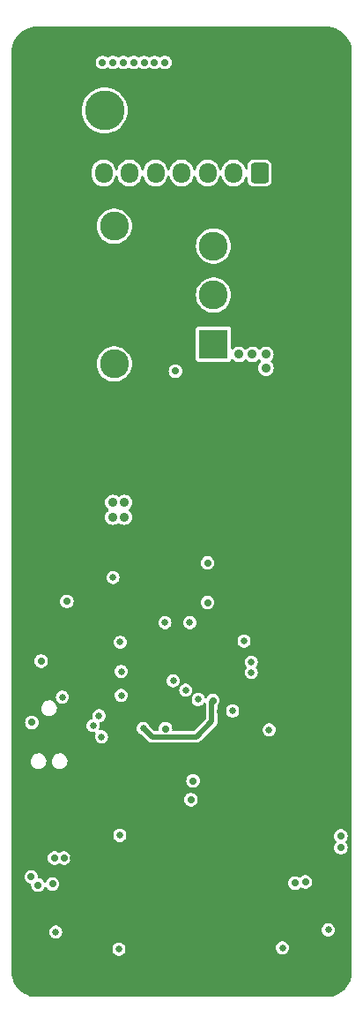
<source format=gbr>
%TF.GenerationSoftware,KiCad,Pcbnew,7.0.6*%
%TF.CreationDate,2024-05-08T12:01:16-04:00*%
%TF.ProjectId,ActiveImpactor_Power,41637469-7665-4496-9d70-6163746f725f,rev?*%
%TF.SameCoordinates,Original*%
%TF.FileFunction,Copper,L2,Inr*%
%TF.FilePolarity,Positive*%
%FSLAX46Y46*%
G04 Gerber Fmt 4.6, Leading zero omitted, Abs format (unit mm)*
G04 Created by KiCad (PCBNEW 7.0.6) date 2024-05-08 12:01:16*
%MOMM*%
%LPD*%
G01*
G04 APERTURE LIST*
G04 Aperture macros list*
%AMRoundRect*
0 Rectangle with rounded corners*
0 $1 Rounding radius*
0 $2 $3 $4 $5 $6 $7 $8 $9 X,Y pos of 4 corners*
0 Add a 4 corners polygon primitive as box body*
4,1,4,$2,$3,$4,$5,$6,$7,$8,$9,$2,$3,0*
0 Add four circle primitives for the rounded corners*
1,1,$1+$1,$2,$3*
1,1,$1+$1,$4,$5*
1,1,$1+$1,$6,$7*
1,1,$1+$1,$8,$9*
0 Add four rect primitives between the rounded corners*
20,1,$1+$1,$2,$3,$4,$5,0*
20,1,$1+$1,$4,$5,$6,$7,0*
20,1,$1+$1,$6,$7,$8,$9,0*
20,1,$1+$1,$8,$9,$2,$3,0*%
G04 Aperture macros list end*
%TA.AperFunction,ComponentPad*%
%ADD10R,2.775000X2.775000*%
%TD*%
%TA.AperFunction,ComponentPad*%
%ADD11C,2.775000*%
%TD*%
%TA.AperFunction,ComponentPad*%
%ADD12C,4.750000*%
%TD*%
%TA.AperFunction,ComponentPad*%
%ADD13C,0.600000*%
%TD*%
%TA.AperFunction,ComponentPad*%
%ADD14R,3.800000X3.800000*%
%TD*%
%TA.AperFunction,ComponentPad*%
%ADD15C,3.800000*%
%TD*%
%TA.AperFunction,ComponentPad*%
%ADD16RoundRect,0.250000X0.600000X0.725000X-0.600000X0.725000X-0.600000X-0.725000X0.600000X-0.725000X0*%
%TD*%
%TA.AperFunction,ComponentPad*%
%ADD17O,1.700000X1.950000*%
%TD*%
%TA.AperFunction,ViaPad*%
%ADD18C,0.700000*%
%TD*%
%TA.AperFunction,ViaPad*%
%ADD19C,0.900000*%
%TD*%
%TA.AperFunction,ViaPad*%
%ADD20C,0.650000*%
%TD*%
%TA.AperFunction,Conductor*%
%ADD21C,0.500000*%
%TD*%
G04 APERTURE END LIST*
D10*
%TO.N,+BATT*%
%TO.C,SW101*%
X3065000Y16100000D03*
D11*
%TO.N,Net-(J101-Pin_2)*%
X3065000Y20800000D03*
%TO.N,Net-(J105-Pin_2)*%
X3065000Y25500000D03*
%TO.N,N/C*%
X-6465000Y14195000D03*
X-6465000Y27405000D03*
%TD*%
D12*
%TO.N,GND*%
%TO.C,H102*%
X-13890500Y44053000D03*
%TD*%
%TO.N,GND*%
%TO.C,H101*%
X13890500Y44053000D03*
%TD*%
D13*
%TO.N,GND*%
%TO.C,U101*%
X-750000Y8695000D03*
X-750000Y7495000D03*
X-750000Y6195000D03*
X-750000Y5095000D03*
X450000Y8695000D03*
X450000Y7495000D03*
X450000Y6195000D03*
X450000Y5095000D03*
%TD*%
D12*
%TO.N,GND*%
%TO.C,H104*%
X13890500Y-44053000D03*
%TD*%
%TO.N,GND*%
%TO.C,H103*%
X-13890500Y-44053000D03*
%TD*%
D14*
%TO.N,GND*%
%TO.C,J101*%
X-2400000Y38500000D03*
D15*
%TO.N,Net-(J101-Pin_2)*%
X-7400000Y38500000D03*
%TD*%
D16*
%TO.N,Net-(J102-Pin_1)*%
%TO.C,J102*%
X7500000Y32500000D03*
D17*
%TO.N,Net-(J102-Pin_2)*%
X5000000Y32500000D03*
%TO.N,Net-(J102-Pin_3)*%
X2500000Y32500000D03*
%TO.N,Net-(J102-Pin_4)*%
X0Y32500000D03*
%TO.N,Net-(J102-Pin_5)*%
X-2500000Y32500000D03*
%TO.N,Net-(J102-Pin_6)*%
X-5000000Y32500000D03*
%TO.N,Net-(J102-Pin_7)*%
X-7500000Y32500000D03*
%TD*%
D18*
%TO.N,GND*%
X-400000Y-31600000D03*
D19*
X-7200000Y-45800000D03*
D18*
X-2900000Y24650000D03*
D19*
X5900000Y-44500000D03*
X14100000Y-29500000D03*
D18*
X11800000Y-39600000D03*
X-15050000Y6700000D03*
X600000Y-2550000D03*
X-6000000Y-9400000D03*
X-14300000Y8650000D03*
X-8450000Y7150000D03*
X-14431310Y11482949D03*
X300000Y23550000D03*
D19*
X-3900000Y-42300000D03*
X-8500000Y-45800000D03*
X10000000Y28900000D03*
X6500000Y27600000D03*
D18*
X-14250000Y16850000D03*
D19*
X8500000Y-45800000D03*
D18*
X-13800000Y-7400000D03*
X2049500Y-39200000D03*
D19*
X5900000Y-45800000D03*
D18*
X-1800000Y-27900000D03*
X-13100000Y4200000D03*
X-13800000Y-1400000D03*
X1600000Y-32050000D03*
D19*
X-9800000Y-44500000D03*
X-3900000Y-41100000D03*
D18*
X-6031310Y23373450D03*
D19*
X-5900000Y-44500000D03*
X8500000Y-44500000D03*
D18*
X6000000Y-8300000D03*
D19*
X5100000Y3900000D03*
X6500000Y28900000D03*
D18*
X5900000Y24100000D03*
X-750000Y-5500000D03*
D19*
X4000000Y3900000D03*
X10000000Y27600000D03*
D18*
X14050000Y24600000D03*
X9500000Y-9000000D03*
X-13800000Y-4400000D03*
X-10400000Y-33200000D03*
X5500000Y22100000D03*
D19*
X-9800000Y-45800000D03*
D18*
X7150000Y-10450000D03*
D19*
X-5900000Y-45800000D03*
D18*
X-3500000Y17800000D03*
X-8500000Y-4500000D03*
D19*
X-2700000Y-41100000D03*
D18*
X-3400000Y-5500000D03*
X-8500000Y-5400000D03*
D19*
X9800000Y-45800000D03*
X7200000Y-44500000D03*
D18*
X-4000000Y26850000D03*
D19*
X6500000Y26300000D03*
D18*
X11500000Y22550000D03*
D19*
X13000000Y-29500000D03*
D18*
X-10850000Y6600000D03*
X3709266Y-19190734D03*
X-2700000Y15750000D03*
X8500000Y-17200000D03*
D19*
X10000000Y18200000D03*
D18*
X-10000000Y-14000000D03*
D19*
X14800000Y18200000D03*
D18*
X-11900000Y11800000D03*
D19*
X7200000Y-45800000D03*
X-12800000Y-26300000D03*
X-200000Y-500000D03*
D18*
X-7149500Y-20600000D03*
X-14500000Y-39700000D03*
D19*
X9800000Y-44500000D03*
D18*
X-13250000Y14200000D03*
D19*
X7300000Y3900000D03*
D18*
X-350000Y15750000D03*
X-6800000Y17750000D03*
X-9500000Y-7600000D03*
X-10600000Y-11900000D03*
X-9800000Y14100000D03*
D19*
X-2700000Y-42300000D03*
D18*
X-14400000Y-22600000D03*
X2650000Y-950000D03*
X-5550000Y6050000D03*
X10500000Y-9000000D03*
X-14649500Y-14200000D03*
X9800000Y-2000000D03*
X-14500000Y1550000D03*
D19*
X10000000Y14000000D03*
X14800000Y14000000D03*
D18*
X14100000Y21250000D03*
D19*
X12500000Y14000000D03*
X10000000Y26300000D03*
X14800000Y16100000D03*
X10000000Y16100000D03*
D18*
X-13800000Y-2900000D03*
X-14600000Y-8800000D03*
D19*
X6200000Y3900000D03*
D18*
X-4600000Y-3000000D03*
D19*
X-7200000Y-44500000D03*
X12500000Y18200000D03*
D18*
X-9400000Y27150000D03*
X15300000Y-33300000D03*
X-1200000Y26500000D03*
X10450000Y24300000D03*
X9200000Y-11200000D03*
D19*
X1100000Y800000D03*
X-14000000Y-26300000D03*
X-200000Y800000D03*
D18*
X-6600000Y-10900000D03*
X-343611Y18064232D03*
X-10000000Y-16709500D03*
D19*
X-8500000Y-44500000D03*
D18*
X-6150000Y3700000D03*
%TO.N,Net-(D101-K)*%
X-600000Y13500000D03*
D19*
%TO.N,+5V*%
X-6600000Y900000D03*
X-5500000Y900000D03*
X-6600000Y-500000D03*
X-5500000Y-500000D03*
D18*
%TO.N,/Microcontroller/ADC_CURRENT*%
X900000Y-27600000D03*
X-1550000Y-20800000D03*
%TO.N,+3.3V*%
X2500000Y-8700000D03*
X3000000Y-18100000D03*
X1100000Y-25800000D03*
X-13500000Y-14309500D03*
X-11025000Y-8583911D03*
D20*
X-3674500Y-20754454D03*
D18*
X2500000Y-4900000D03*
X-14400000Y-20200000D03*
%TO.N,+12V*%
X15300000Y-32200000D03*
X-12200000Y-33200000D03*
D19*
X8100000Y13800000D03*
X8100000Y15100000D03*
X6800000Y15100000D03*
D18*
X-11300000Y-33200000D03*
D19*
X5500000Y15100000D03*
D18*
X15300000Y-31100000D03*
%TO.N,Net-(D302-A)*%
X-12400000Y-35700000D03*
D20*
X-5933009Y-31033009D03*
%TO.N,Net-(D303-A)*%
X-12100000Y-40300000D03*
X-6020793Y-41948296D03*
%TO.N,Net-(D309-A)*%
X14100000Y-40100000D03*
X9696915Y-41812738D03*
D18*
%TO.N,Net-(J102-Pin_1)*%
X-1600000Y43100000D03*
%TO.N,Net-(J102-Pin_2)*%
X-2600000Y43100000D03*
%TO.N,Net-(J102-Pin_3)*%
X-3600000Y43100000D03*
%TO.N,Net-(J102-Pin_4)*%
X-4600000Y43100000D03*
%TO.N,Net-(J102-Pin_5)*%
X-5600000Y43100000D03*
%TO.N,Net-(J102-Pin_6)*%
X-6600000Y43100000D03*
%TO.N,Net-(J102-Pin_7)*%
X-7600000Y43100000D03*
D20*
%TO.N,Net-(J106-Pin_2)*%
X6700000Y-15400000D03*
%TO.N,Net-(J106-Pin_3)*%
X6700000Y-14400000D03*
%TO.N,/Microcontroller/MISO*%
X400000Y-17100000D03*
%TO.N,/Microcontroller/MOSI*%
X-800000Y-16200000D03*
%TO.N,/Microcontroller/CLK*%
X1600000Y-18000000D03*
%TO.N,/Microcontroller/CS*%
X4900000Y-19100000D03*
%TO.N,/Microcontroller/BOOT0*%
X-11458411Y-17758411D03*
X-6600000Y-6300000D03*
D18*
%TO.N,/H-Bridge/COIL_EN*%
X10900000Y-35600000D03*
X-14449500Y-35000000D03*
D20*
X-7700000Y-21571636D03*
X8400000Y-20900000D03*
%TO.N,/Microcontroller/SWD_SWCLK*%
X-5800000Y-15300000D03*
X-8500000Y-20500000D03*
%TO.N,/Microcontroller/SWD_SWDIO*%
X777345Y-10625500D03*
X-1600000Y-10625500D03*
%TO.N,/Microcontroller/SWD_SWO*%
X-7930420Y-19547242D03*
X-5900000Y-12500000D03*
D18*
%TO.N,/H-Bridge/COIL_PWM1*%
X-13800000Y-35800000D03*
D20*
X-5800000Y-17600000D03*
%TO.N,/H-Bridge/COIL_PWM2*%
X6000000Y-12400000D03*
D18*
X11900000Y-35499500D03*
%TD*%
D21*
%TO.N,+3.3V*%
X-2828954Y-21600000D02*
X1400000Y-21600000D01*
X2909266Y-18190734D02*
X3000000Y-18100000D01*
X1400000Y-21600000D02*
X2909266Y-20090734D01*
X-3674500Y-20754454D02*
X-2828954Y-21600000D01*
X2909266Y-20090734D02*
X2909266Y-18190734D01*
%TD*%
%TA.AperFunction,Conductor*%
%TO.N,GND*%
G36*
X13892366Y46530887D02*
G01*
X14185443Y46513159D01*
X14192882Y46512255D01*
X14479834Y46459669D01*
X14487110Y46457876D01*
X14765623Y46371088D01*
X14772629Y46368430D01*
X15038661Y46248700D01*
X15045296Y46245217D01*
X15294951Y46094295D01*
X15301119Y46090039D01*
X15530766Y45910122D01*
X15536375Y45905153D01*
X15742653Y45698875D01*
X15747622Y45693266D01*
X15927539Y45463619D01*
X15931795Y45457451D01*
X16082717Y45207796D01*
X16086200Y45201161D01*
X16205930Y44935129D01*
X16208588Y44928123D01*
X16295376Y44649610D01*
X16297169Y44642334D01*
X16349755Y44355382D01*
X16350659Y44347943D01*
X16368387Y44054866D01*
X16368500Y44051122D01*
X16368500Y-44051122D01*
X16368387Y-44054866D01*
X16350659Y-44347943D01*
X16349755Y-44355382D01*
X16297169Y-44642334D01*
X16295376Y-44649610D01*
X16208588Y-44928123D01*
X16205930Y-44935129D01*
X16086200Y-45201161D01*
X16082717Y-45207796D01*
X15931795Y-45457451D01*
X15927539Y-45463619D01*
X15747622Y-45693266D01*
X15742653Y-45698875D01*
X15536375Y-45905153D01*
X15530766Y-45910122D01*
X15301119Y-46090039D01*
X15294951Y-46094295D01*
X15045296Y-46245217D01*
X15038661Y-46248700D01*
X14772629Y-46368430D01*
X14765623Y-46371088D01*
X14487110Y-46457876D01*
X14479834Y-46459669D01*
X14192882Y-46512255D01*
X14185443Y-46513159D01*
X13892366Y-46530887D01*
X13888622Y-46531000D01*
X-13888622Y-46531000D01*
X-13892367Y-46530887D01*
X-14185444Y-46513157D01*
X-14192883Y-46512254D01*
X-14479833Y-46459670D01*
X-14487109Y-46457876D01*
X-14765623Y-46371088D01*
X-14772629Y-46368430D01*
X-15038661Y-46248700D01*
X-15045296Y-46245217D01*
X-15294951Y-46094295D01*
X-15301119Y-46090038D01*
X-15530766Y-45910121D01*
X-15536375Y-45905152D01*
X-15742652Y-45698875D01*
X-15747621Y-45693266D01*
X-15927538Y-45463619D01*
X-15931795Y-45457451D01*
X-16082717Y-45207796D01*
X-16086200Y-45201161D01*
X-16205930Y-44935129D01*
X-16208588Y-44928123D01*
X-16295376Y-44649609D01*
X-16297170Y-44642333D01*
X-16349754Y-44355383D01*
X-16350657Y-44347944D01*
X-16368387Y-44054867D01*
X-16368500Y-44051122D01*
X-16368500Y-41948296D01*
X-6650887Y-41948296D01*
X-6632578Y-42099087D01*
X-6578714Y-42241115D01*
X-6492425Y-42366126D01*
X-6378727Y-42466853D01*
X-6244227Y-42537444D01*
X-6145903Y-42561678D01*
X-6096743Y-42573796D01*
X-6096742Y-42573796D01*
X-5944843Y-42573796D01*
X-5871101Y-42555620D01*
X-5797359Y-42537444D01*
X-5662859Y-42466853D01*
X-5549161Y-42366126D01*
X-5462872Y-42241115D01*
X-5409008Y-42099087D01*
X-5390699Y-41948296D01*
X-5407158Y-41812738D01*
X9066821Y-41812738D01*
X9085130Y-41963529D01*
X9138994Y-42105557D01*
X9225283Y-42230568D01*
X9338981Y-42331295D01*
X9473481Y-42401886D01*
X9547223Y-42420062D01*
X9620965Y-42438238D01*
X9620966Y-42438238D01*
X9772865Y-42438238D01*
X9822025Y-42426120D01*
X9920349Y-42401886D01*
X10054849Y-42331295D01*
X10168547Y-42230568D01*
X10254836Y-42105557D01*
X10308700Y-41963529D01*
X10327009Y-41812738D01*
X10308700Y-41661947D01*
X10254836Y-41519919D01*
X10168547Y-41394908D01*
X10054849Y-41294181D01*
X9920349Y-41223590D01*
X9920348Y-41223589D01*
X9920347Y-41223589D01*
X9772865Y-41187238D01*
X9772864Y-41187238D01*
X9620966Y-41187238D01*
X9620965Y-41187238D01*
X9473482Y-41223589D01*
X9338982Y-41294180D01*
X9225282Y-41394909D01*
X9138995Y-41519917D01*
X9138994Y-41519918D01*
X9087584Y-41655477D01*
X9085130Y-41661947D01*
X9066821Y-41812738D01*
X-5407158Y-41812738D01*
X-5409008Y-41797505D01*
X-5460418Y-41661946D01*
X-5462872Y-41655476D01*
X-5462873Y-41655475D01*
X-5549160Y-41530467D01*
X-5561069Y-41519917D01*
X-5662859Y-41429739D01*
X-5662858Y-41429739D01*
X-5662860Y-41429738D01*
X-5797360Y-41359147D01*
X-5944843Y-41322796D01*
X-5944844Y-41322796D01*
X-6096742Y-41322796D01*
X-6096743Y-41322796D01*
X-6244225Y-41359147D01*
X-6244226Y-41359147D01*
X-6244227Y-41359148D01*
X-6378727Y-41429739D01*
X-6492425Y-41530466D01*
X-6578714Y-41655477D01*
X-6632578Y-41797505D01*
X-6650887Y-41948296D01*
X-16368500Y-41948296D01*
X-16368500Y-40300000D01*
X-12730094Y-40300000D01*
X-12711785Y-40450791D01*
X-12657921Y-40592819D01*
X-12571632Y-40717830D01*
X-12457934Y-40818557D01*
X-12323434Y-40889148D01*
X-12225110Y-40913382D01*
X-12175950Y-40925500D01*
X-12175949Y-40925500D01*
X-12024050Y-40925500D01*
X-11950308Y-40907324D01*
X-11876566Y-40889148D01*
X-11742066Y-40818557D01*
X-11628368Y-40717830D01*
X-11542079Y-40592819D01*
X-11488215Y-40450791D01*
X-11469906Y-40300000D01*
X-11488215Y-40149209D01*
X-11506877Y-40100000D01*
X13469906Y-40100000D01*
X13488215Y-40250791D01*
X13542079Y-40392819D01*
X13628368Y-40517830D01*
X13742066Y-40618557D01*
X13876566Y-40689148D01*
X13950308Y-40707324D01*
X14024050Y-40725500D01*
X14024051Y-40725500D01*
X14175950Y-40725500D01*
X14225110Y-40713382D01*
X14323434Y-40689148D01*
X14457934Y-40618557D01*
X14571632Y-40517830D01*
X14657921Y-40392819D01*
X14711785Y-40250791D01*
X14730094Y-40100000D01*
X14711785Y-39949209D01*
X14657921Y-39807181D01*
X14571632Y-39682170D01*
X14457934Y-39581443D01*
X14323434Y-39510852D01*
X14323433Y-39510851D01*
X14323432Y-39510851D01*
X14175950Y-39474500D01*
X14175949Y-39474500D01*
X14024051Y-39474500D01*
X14024050Y-39474500D01*
X13876567Y-39510851D01*
X13742067Y-39581442D01*
X13628367Y-39682171D01*
X13542080Y-39807179D01*
X13542079Y-39807180D01*
X13542079Y-39807181D01*
X13488215Y-39949209D01*
X13469906Y-40100000D01*
X-11506877Y-40100000D01*
X-11542079Y-40007181D01*
X-11542079Y-40007180D01*
X-11542080Y-40007179D01*
X-11628367Y-39882171D01*
X-11742067Y-39781442D01*
X-11876567Y-39710851D01*
X-12024050Y-39674500D01*
X-12024051Y-39674500D01*
X-12175949Y-39674500D01*
X-12175950Y-39674500D01*
X-12323432Y-39710851D01*
X-12323433Y-39710851D01*
X-12323434Y-39710852D01*
X-12457934Y-39781443D01*
X-12571632Y-39882170D01*
X-12657921Y-40007181D01*
X-12711785Y-40149209D01*
X-12730094Y-40300000D01*
X-16368500Y-40300000D01*
X-16368500Y-35000000D01*
X-15104778Y-35000000D01*
X-15085737Y-35156818D01*
X-15029720Y-35304523D01*
X-14939983Y-35434530D01*
X-14821740Y-35539283D01*
X-14681865Y-35612696D01*
X-14546440Y-35646074D01*
X-14486062Y-35681228D01*
X-14454273Y-35743447D01*
X-14453021Y-35781412D01*
X-14455278Y-35800000D01*
X-14436237Y-35956818D01*
X-14380220Y-36104523D01*
X-14290483Y-36234530D01*
X-14172240Y-36339283D01*
X-14032365Y-36412696D01*
X-13878985Y-36450500D01*
X-13721014Y-36450500D01*
X-13567634Y-36412696D01*
X-13427762Y-36339284D01*
X-13427760Y-36339283D01*
X-13309517Y-36234530D01*
X-13219780Y-36104523D01*
X-13194134Y-36036900D01*
X-13151956Y-35981197D01*
X-13086358Y-35957140D01*
X-13018168Y-35972367D01*
X-12976142Y-36010430D01*
X-12890483Y-36134530D01*
X-12772240Y-36239283D01*
X-12632365Y-36312696D01*
X-12478985Y-36350500D01*
X-12321014Y-36350500D01*
X-12167634Y-36312696D01*
X-12027762Y-36239284D01*
X-12027760Y-36239283D01*
X-11909517Y-36134530D01*
X-11819780Y-36004523D01*
X-11819780Y-36004522D01*
X-11763762Y-35856818D01*
X-11744722Y-35700000D01*
X-11744722Y-35699999D01*
X-11756863Y-35600000D01*
X10244722Y-35600000D01*
X10263762Y-35756818D01*
X10301688Y-35856818D01*
X10319780Y-35904523D01*
X10409517Y-36034530D01*
X10527760Y-36139283D01*
X10527762Y-36139284D01*
X10667634Y-36212696D01*
X10821014Y-36250500D01*
X10821015Y-36250500D01*
X10978985Y-36250500D01*
X11132365Y-36212696D01*
X11272237Y-36139285D01*
X11272238Y-36139283D01*
X11272240Y-36139283D01*
X11375187Y-36048080D01*
X11438419Y-36018360D01*
X11507683Y-36027544D01*
X11527431Y-36038610D01*
X11527759Y-36038782D01*
X11527760Y-36038783D01*
X11545476Y-36048081D01*
X11667634Y-36112196D01*
X11821014Y-36150000D01*
X11821015Y-36150000D01*
X11978985Y-36150000D01*
X12132365Y-36112196D01*
X12272240Y-36038783D01*
X12390483Y-35934030D01*
X12480220Y-35804023D01*
X12536237Y-35656318D01*
X12555278Y-35499500D01*
X12542648Y-35395477D01*
X12536237Y-35342681D01*
X12505151Y-35260715D01*
X12480220Y-35194977D01*
X12390483Y-35064970D01*
X12272240Y-34960217D01*
X12272238Y-34960216D01*
X12272237Y-34960215D01*
X12132365Y-34886803D01*
X11978986Y-34849000D01*
X11978985Y-34849000D01*
X11821015Y-34849000D01*
X11821014Y-34849000D01*
X11667634Y-34886803D01*
X11527761Y-34960215D01*
X11527759Y-34960217D01*
X11424812Y-35051418D01*
X11361578Y-35081139D01*
X11292315Y-35071955D01*
X11272572Y-35060890D01*
X11132365Y-34987303D01*
X10978986Y-34949500D01*
X10978985Y-34949500D01*
X10821015Y-34949500D01*
X10821014Y-34949500D01*
X10667634Y-34987303D01*
X10527762Y-35060715D01*
X10409516Y-35165471D01*
X10319781Y-35295475D01*
X10319780Y-35295476D01*
X10263762Y-35443181D01*
X10244722Y-35599999D01*
X10244722Y-35600000D01*
X-11756863Y-35600000D01*
X-11763762Y-35543181D01*
X-11819780Y-35395476D01*
X-11819781Y-35395475D01*
X-11909516Y-35265471D01*
X-12027762Y-35160715D01*
X-12167634Y-35087303D01*
X-12321014Y-35049500D01*
X-12321015Y-35049500D01*
X-12478985Y-35049500D01*
X-12478986Y-35049500D01*
X-12632365Y-35087303D01*
X-12772237Y-35160715D01*
X-12772238Y-35160716D01*
X-12772240Y-35160717D01*
X-12890483Y-35265470D01*
X-12980220Y-35395477D01*
X-13005866Y-35463100D01*
X-13048043Y-35518801D01*
X-13113640Y-35542859D01*
X-13181830Y-35527632D01*
X-13223856Y-35489569D01*
X-13309515Y-35365471D01*
X-13427762Y-35260715D01*
X-13567633Y-35187304D01*
X-13703057Y-35153926D01*
X-13763437Y-35118770D01*
X-13795226Y-35056551D01*
X-13796478Y-35018585D01*
X-13794222Y-35000002D01*
X-13794222Y-34999999D01*
X-13813262Y-34843181D01*
X-13869280Y-34695476D01*
X-13869281Y-34695475D01*
X-13959016Y-34565471D01*
X-14077262Y-34460715D01*
X-14217134Y-34387303D01*
X-14370514Y-34349500D01*
X-14370515Y-34349500D01*
X-14528485Y-34349500D01*
X-14528486Y-34349500D01*
X-14681865Y-34387303D01*
X-14821737Y-34460715D01*
X-14821738Y-34460716D01*
X-14821740Y-34460717D01*
X-14939983Y-34565470D01*
X-15029720Y-34695477D01*
X-15064492Y-34787163D01*
X-15085737Y-34843181D01*
X-15103236Y-34987304D01*
X-15104778Y-35000000D01*
X-16368500Y-35000000D01*
X-16368500Y-33200000D01*
X-12855278Y-33200000D01*
X-12836237Y-33356818D01*
X-12780220Y-33504523D01*
X-12690483Y-33634530D01*
X-12572240Y-33739283D01*
X-12432365Y-33812696D01*
X-12278985Y-33850500D01*
X-12121014Y-33850500D01*
X-11967634Y-33812696D01*
X-11827761Y-33739284D01*
X-11821588Y-33735023D01*
X-11819906Y-33737458D01*
X-11769045Y-33713526D01*
X-11699777Y-33722681D01*
X-11679075Y-33735984D01*
X-11678412Y-33735023D01*
X-11672241Y-33739281D01*
X-11672240Y-33739283D01*
X-11532365Y-33812696D01*
X-11378985Y-33850500D01*
X-11221014Y-33850500D01*
X-11067634Y-33812696D01*
X-10927762Y-33739284D01*
X-10927760Y-33739283D01*
X-10809517Y-33634530D01*
X-10719780Y-33504523D01*
X-10719780Y-33504522D01*
X-10663762Y-33356818D01*
X-10644722Y-33200000D01*
X-10644722Y-33199999D01*
X-10663762Y-33043181D01*
X-10719780Y-32895476D01*
X-10719781Y-32895475D01*
X-10809516Y-32765471D01*
X-10927762Y-32660715D01*
X-11067634Y-32587303D01*
X-11221014Y-32549500D01*
X-11221015Y-32549500D01*
X-11378985Y-32549500D01*
X-11378986Y-32549500D01*
X-11532365Y-32587303D01*
X-11672238Y-32660715D01*
X-11678412Y-32664977D01*
X-11680092Y-32662542D01*
X-11730961Y-32686474D01*
X-11800228Y-32677315D01*
X-11820928Y-32664023D01*
X-11821587Y-32664978D01*
X-11827764Y-32660714D01*
X-11967634Y-32587303D01*
X-12121014Y-32549500D01*
X-12121015Y-32549500D01*
X-12278985Y-32549500D01*
X-12278986Y-32549500D01*
X-12432365Y-32587303D01*
X-12572237Y-32660715D01*
X-12572238Y-32660716D01*
X-12572240Y-32660717D01*
X-12690483Y-32765470D01*
X-12780220Y-32895477D01*
X-12836237Y-33043182D01*
X-12855278Y-33200000D01*
X-16368500Y-33200000D01*
X-16368500Y-32200000D01*
X14644722Y-32200000D01*
X14663762Y-32356818D01*
X14719779Y-32504522D01*
X14719780Y-32504523D01*
X14809517Y-32634530D01*
X14927760Y-32739283D01*
X14927762Y-32739284D01*
X15067634Y-32812696D01*
X15221014Y-32850500D01*
X15221015Y-32850500D01*
X15378985Y-32850500D01*
X15532365Y-32812696D01*
X15672240Y-32739283D01*
X15790483Y-32634530D01*
X15880220Y-32504523D01*
X15936237Y-32356818D01*
X15955278Y-32200000D01*
X15936237Y-32043182D01*
X15880220Y-31895477D01*
X15790483Y-31765470D01*
X15764910Y-31742814D01*
X15727785Y-31683627D01*
X15728552Y-31613761D01*
X15764910Y-31557185D01*
X15790483Y-31534530D01*
X15880220Y-31404523D01*
X15936237Y-31256818D01*
X15955278Y-31100000D01*
X15936237Y-30943182D01*
X15880220Y-30795477D01*
X15790483Y-30665470D01*
X15672240Y-30560717D01*
X15672238Y-30560716D01*
X15672237Y-30560715D01*
X15532365Y-30487303D01*
X15378986Y-30449500D01*
X15378985Y-30449500D01*
X15221015Y-30449500D01*
X15221014Y-30449500D01*
X15067634Y-30487303D01*
X14927762Y-30560715D01*
X14809516Y-30665471D01*
X14719781Y-30795475D01*
X14719780Y-30795476D01*
X14663762Y-30943181D01*
X14644722Y-31099999D01*
X14644722Y-31100000D01*
X14663762Y-31256818D01*
X14719780Y-31404523D01*
X14719781Y-31404524D01*
X14809516Y-31534529D01*
X14835089Y-31557185D01*
X14872215Y-31616375D01*
X14871447Y-31686241D01*
X14835089Y-31742815D01*
X14809516Y-31765470D01*
X14719781Y-31895475D01*
X14719780Y-31895476D01*
X14663762Y-32043181D01*
X14644722Y-32199999D01*
X14644722Y-32200000D01*
X-16368500Y-32200000D01*
X-16368500Y-31033009D01*
X-6563103Y-31033009D01*
X-6544794Y-31183800D01*
X-6490930Y-31325828D01*
X-6404641Y-31450839D01*
X-6290943Y-31551566D01*
X-6156443Y-31622157D01*
X-6086960Y-31639283D01*
X-6008959Y-31658509D01*
X-6008958Y-31658509D01*
X-5857059Y-31658509D01*
X-5779058Y-31639283D01*
X-5709575Y-31622157D01*
X-5575075Y-31551566D01*
X-5461377Y-31450839D01*
X-5375088Y-31325828D01*
X-5321224Y-31183800D01*
X-5302915Y-31033009D01*
X-5321224Y-30882218D01*
X-5354120Y-30795476D01*
X-5375088Y-30740189D01*
X-5375089Y-30740188D01*
X-5461376Y-30615180D01*
X-5575076Y-30514451D01*
X-5709576Y-30443860D01*
X-5857059Y-30407509D01*
X-5857060Y-30407509D01*
X-6008958Y-30407509D01*
X-6008959Y-30407509D01*
X-6156441Y-30443860D01*
X-6156442Y-30443860D01*
X-6156443Y-30443861D01*
X-6290943Y-30514452D01*
X-6404641Y-30615179D01*
X-6490930Y-30740190D01*
X-6544794Y-30882218D01*
X-6563103Y-31033009D01*
X-16368500Y-31033009D01*
X-16368500Y-27600000D01*
X244722Y-27600000D01*
X263762Y-27756818D01*
X319779Y-27904523D01*
X319780Y-27904523D01*
X409517Y-28034530D01*
X527760Y-28139283D01*
X527762Y-28139284D01*
X667634Y-28212696D01*
X821014Y-28250500D01*
X821015Y-28250500D01*
X978985Y-28250500D01*
X1132365Y-28212696D01*
X1132364Y-28212696D01*
X1272240Y-28139283D01*
X1390483Y-28034530D01*
X1480220Y-27904523D01*
X1536237Y-27756818D01*
X1555278Y-27600000D01*
X1536237Y-27443182D01*
X1480220Y-27295477D01*
X1390483Y-27165470D01*
X1272240Y-27060717D01*
X1272238Y-27060716D01*
X1272237Y-27060715D01*
X1132365Y-26987303D01*
X978986Y-26949500D01*
X978985Y-26949500D01*
X821015Y-26949500D01*
X821014Y-26949500D01*
X667634Y-26987303D01*
X527762Y-27060715D01*
X409516Y-27165471D01*
X319781Y-27295475D01*
X319780Y-27295476D01*
X263762Y-27443181D01*
X244722Y-27599999D01*
X244722Y-27600000D01*
X-16368500Y-27600000D01*
X-16368500Y-25800000D01*
X444722Y-25800000D01*
X463762Y-25956818D01*
X519779Y-26104523D01*
X519780Y-26104523D01*
X609517Y-26234530D01*
X727760Y-26339283D01*
X727762Y-26339284D01*
X867634Y-26412696D01*
X1021014Y-26450500D01*
X1021015Y-26450500D01*
X1178985Y-26450500D01*
X1332365Y-26412696D01*
X1332364Y-26412696D01*
X1472240Y-26339283D01*
X1590483Y-26234530D01*
X1680220Y-26104523D01*
X1736237Y-25956818D01*
X1755278Y-25800000D01*
X1736237Y-25643182D01*
X1680220Y-25495477D01*
X1590483Y-25365470D01*
X1472240Y-25260717D01*
X1472238Y-25260716D01*
X1472237Y-25260715D01*
X1332365Y-25187303D01*
X1178986Y-25149500D01*
X1178985Y-25149500D01*
X1021015Y-25149500D01*
X1021014Y-25149500D01*
X867634Y-25187303D01*
X727762Y-25260715D01*
X609516Y-25365471D01*
X519781Y-25495475D01*
X519780Y-25495476D01*
X463762Y-25643181D01*
X444722Y-25799999D01*
X444722Y-25800000D01*
X-16368500Y-25800000D01*
X-16368500Y-23953660D01*
X-14500607Y-23953660D01*
X-14470332Y-24125354D01*
X-14401279Y-24285438D01*
X-14297168Y-24425283D01*
X-14163614Y-24537349D01*
X-14007815Y-24615594D01*
X-13838171Y-24655800D01*
X-13838169Y-24655800D01*
X-13707571Y-24655800D01*
X-13707564Y-24655800D01*
X-13577836Y-24640637D01*
X-13414007Y-24581008D01*
X-13408504Y-24577388D01*
X-13268348Y-24485207D01*
X-13268347Y-24485206D01*
X-13148706Y-24358396D01*
X-13148704Y-24358393D01*
X-13061533Y-24207407D01*
X-13011531Y-24040388D01*
X-13011530Y-24040383D01*
X-13006479Y-23953660D01*
X-12468607Y-23953660D01*
X-12438332Y-24125354D01*
X-12369279Y-24285438D01*
X-12265168Y-24425283D01*
X-12131614Y-24537349D01*
X-11975815Y-24615594D01*
X-11806171Y-24655800D01*
X-11806169Y-24655800D01*
X-11675571Y-24655800D01*
X-11675564Y-24655800D01*
X-11545836Y-24640637D01*
X-11382007Y-24581008D01*
X-11376504Y-24577388D01*
X-11236348Y-24485207D01*
X-11236347Y-24485206D01*
X-11116706Y-24358396D01*
X-11116704Y-24358393D01*
X-11029533Y-24207407D01*
X-10979531Y-24040388D01*
X-10979530Y-24040383D01*
X-10969393Y-23866340D01*
X-10999667Y-23694650D01*
X-10999668Y-23694647D01*
X-11068721Y-23534562D01*
X-11068724Y-23534556D01*
X-11172832Y-23394716D01*
X-11306385Y-23282651D01*
X-11306387Y-23282650D01*
X-11462181Y-23204407D01*
X-11462185Y-23204406D01*
X-11631829Y-23164200D01*
X-11762436Y-23164200D01*
X-11892164Y-23179362D01*
X-11892164Y-23179363D01*
X-11892167Y-23179364D01*
X-12055991Y-23238991D01*
X-12055995Y-23238993D01*
X-12201651Y-23334792D01*
X-12201652Y-23334793D01*
X-12321293Y-23461603D01*
X-12321293Y-23461604D01*
X-12321296Y-23461607D01*
X-12408467Y-23612593D01*
X-12458469Y-23779612D01*
X-12468607Y-23953660D01*
X-13006479Y-23953660D01*
X-13001393Y-23866340D01*
X-13031667Y-23694650D01*
X-13031668Y-23694647D01*
X-13100721Y-23534562D01*
X-13100724Y-23534556D01*
X-13204832Y-23394716D01*
X-13338385Y-23282651D01*
X-13338387Y-23282650D01*
X-13494181Y-23204407D01*
X-13494185Y-23204406D01*
X-13663829Y-23164200D01*
X-13794436Y-23164200D01*
X-13924164Y-23179362D01*
X-13924164Y-23179363D01*
X-13924167Y-23179364D01*
X-14087991Y-23238991D01*
X-14087995Y-23238993D01*
X-14233651Y-23334792D01*
X-14233652Y-23334793D01*
X-14353293Y-23461603D01*
X-14353293Y-23461604D01*
X-14353296Y-23461607D01*
X-14440467Y-23612593D01*
X-14490469Y-23779612D01*
X-14500607Y-23953660D01*
X-16368500Y-23953660D01*
X-16368500Y-20200000D01*
X-15055278Y-20200000D01*
X-15036237Y-20356818D01*
X-14980220Y-20504523D01*
X-14890483Y-20634530D01*
X-14772240Y-20739283D01*
X-14632365Y-20812696D01*
X-14478985Y-20850500D01*
X-14321014Y-20850500D01*
X-14167634Y-20812696D01*
X-14027762Y-20739284D01*
X-14027760Y-20739283D01*
X-13909517Y-20634530D01*
X-13819780Y-20504523D01*
X-13818065Y-20500000D01*
X-9130094Y-20500000D01*
X-9111785Y-20650791D01*
X-9057921Y-20792819D01*
X-8971632Y-20917830D01*
X-8857934Y-21018557D01*
X-8723434Y-21089148D01*
X-8625110Y-21113382D01*
X-8575950Y-21125500D01*
X-8575949Y-21125500D01*
X-8424050Y-21125500D01*
X-8406045Y-21121062D01*
X-8336243Y-21124131D01*
X-8279181Y-21164451D01*
X-8252975Y-21229220D01*
X-8260427Y-21285425D01*
X-8311785Y-21420845D01*
X-8330094Y-21571636D01*
X-8311785Y-21722427D01*
X-8257921Y-21864455D01*
X-8171632Y-21989466D01*
X-8057934Y-22090193D01*
X-7923434Y-22160784D01*
X-7825110Y-22185018D01*
X-7775950Y-22197136D01*
X-7775949Y-22197136D01*
X-7624050Y-22197136D01*
X-7550308Y-22178960D01*
X-7476566Y-22160784D01*
X-7342066Y-22090193D01*
X-7228368Y-21989466D01*
X-7142079Y-21864455D01*
X-7088215Y-21722427D01*
X-7069906Y-21571636D01*
X-7088215Y-21420845D01*
X-7089082Y-21418557D01*
X-7142079Y-21278816D01*
X-7142080Y-21278815D01*
X-7228367Y-21153807D01*
X-7342067Y-21053078D01*
X-7476567Y-20982487D01*
X-7624050Y-20946136D01*
X-7624051Y-20946136D01*
X-7775949Y-20946136D01*
X-7793957Y-20950574D01*
X-7863759Y-20947503D01*
X-7920820Y-20907182D01*
X-7947024Y-20842412D01*
X-7939571Y-20786205D01*
X-7927529Y-20754454D01*
X-4304594Y-20754454D01*
X-4286285Y-20905245D01*
X-4232421Y-21047273D01*
X-4146132Y-21172284D01*
X-4032434Y-21273011D01*
X-3897934Y-21343602D01*
X-3886300Y-21346469D01*
X-3828294Y-21379183D01*
X-3224860Y-21982618D01*
X-3179634Y-22031044D01*
X-3141801Y-22054049D01*
X-3136576Y-22057606D01*
X-3101296Y-22084361D01*
X-3084602Y-22090943D01*
X-3065673Y-22100344D01*
X-3050336Y-22109672D01*
X-3007693Y-22121619D01*
X-3001707Y-22123632D01*
X-2960518Y-22139876D01*
X-2960514Y-22139876D01*
X-2960512Y-22139877D01*
X-2942670Y-22141711D01*
X-2921898Y-22145658D01*
X-2904619Y-22150500D01*
X-2860360Y-22150500D01*
X-2854018Y-22150824D01*
X-2809982Y-22155352D01*
X-2792298Y-22152303D01*
X-2771230Y-22150500D01*
X1390603Y-22150500D01*
X1456826Y-22152762D01*
X1499832Y-22142280D01*
X1506051Y-22141098D01*
X1549920Y-22135070D01*
X1566383Y-22127918D01*
X1586416Y-22121181D01*
X1603852Y-22116933D01*
X1642465Y-22095221D01*
X1648090Y-22092427D01*
X1688720Y-22074780D01*
X1702632Y-22063460D01*
X1720123Y-22051557D01*
X1735755Y-22042768D01*
X1735753Y-22042768D01*
X1735759Y-22042766D01*
X1767059Y-22011464D01*
X1771771Y-22007211D01*
X1806108Y-21979278D01*
X1816456Y-21964616D01*
X1830074Y-21948449D01*
X2878523Y-20900000D01*
X7769906Y-20900000D01*
X7788215Y-21050791D01*
X7842079Y-21192819D01*
X7928368Y-21317830D01*
X8042066Y-21418557D01*
X8176566Y-21489148D01*
X8250308Y-21507324D01*
X8324050Y-21525500D01*
X8324051Y-21525500D01*
X8475950Y-21525500D01*
X8525110Y-21513382D01*
X8623434Y-21489148D01*
X8757934Y-21418557D01*
X8871632Y-21317830D01*
X8957921Y-21192819D01*
X9011785Y-21050791D01*
X9030094Y-20900000D01*
X9011785Y-20749209D01*
X8957921Y-20607181D01*
X8871632Y-20482170D01*
X8757934Y-20381443D01*
X8623434Y-20310852D01*
X8623433Y-20310851D01*
X8623432Y-20310851D01*
X8475950Y-20274500D01*
X8475949Y-20274500D01*
X8324051Y-20274500D01*
X8324050Y-20274500D01*
X8176567Y-20310851D01*
X8042067Y-20381442D01*
X8042065Y-20381443D01*
X8042066Y-20381443D01*
X7951549Y-20461634D01*
X7928367Y-20482171D01*
X7842080Y-20607179D01*
X7842079Y-20607180D01*
X7828426Y-20643182D01*
X7788215Y-20749209D01*
X7769906Y-20900000D01*
X2878523Y-20900000D01*
X3291869Y-20486654D01*
X3340310Y-20441414D01*
X3363307Y-20403595D01*
X3366879Y-20398345D01*
X3391811Y-20365471D01*
X3393625Y-20363079D01*
X3393625Y-20363078D01*
X3393627Y-20363076D01*
X3400211Y-20346377D01*
X3409610Y-20327453D01*
X3418938Y-20312116D01*
X3430877Y-20269499D01*
X3432897Y-20263489D01*
X3449142Y-20222299D01*
X3450976Y-20204449D01*
X3454925Y-20183675D01*
X3459766Y-20166400D01*
X3459766Y-20122132D01*
X3460091Y-20115788D01*
X3464617Y-20071763D01*
X3461569Y-20054087D01*
X3459765Y-20033014D01*
X3459765Y-19345283D01*
X3459765Y-19100000D01*
X4269906Y-19100000D01*
X4288215Y-19250791D01*
X4342079Y-19392819D01*
X4428368Y-19517830D01*
X4542066Y-19618557D01*
X4676566Y-19689148D01*
X4712614Y-19698033D01*
X4824050Y-19725500D01*
X4824051Y-19725500D01*
X4975950Y-19725500D01*
X5025110Y-19713382D01*
X5123434Y-19689148D01*
X5257934Y-19618557D01*
X5371632Y-19517830D01*
X5457921Y-19392819D01*
X5511785Y-19250791D01*
X5530094Y-19100000D01*
X5511785Y-18949209D01*
X5457921Y-18807181D01*
X5371632Y-18682170D01*
X5257934Y-18581443D01*
X5123434Y-18510852D01*
X5123433Y-18510851D01*
X5123432Y-18510851D01*
X4975950Y-18474500D01*
X4975949Y-18474500D01*
X4824051Y-18474500D01*
X4824050Y-18474500D01*
X4676567Y-18510851D01*
X4542067Y-18581442D01*
X4428367Y-18682171D01*
X4342080Y-18807179D01*
X4342079Y-18807180D01*
X4288215Y-18949208D01*
X4278565Y-19028684D01*
X4269906Y-19100000D01*
X3459765Y-19100000D01*
X3459765Y-18616225D01*
X3479450Y-18549190D01*
X3489771Y-18535561D01*
X3501508Y-18518557D01*
X3580220Y-18404523D01*
X3636237Y-18256818D01*
X3655278Y-18100000D01*
X3649357Y-18051231D01*
X3636237Y-17943181D01*
X3599598Y-17846574D01*
X3580220Y-17795477D01*
X3490483Y-17665470D01*
X3372240Y-17560717D01*
X3372238Y-17560716D01*
X3372237Y-17560715D01*
X3232365Y-17487303D01*
X3078986Y-17449500D01*
X3078985Y-17449500D01*
X2921015Y-17449500D01*
X2921014Y-17449500D01*
X2767634Y-17487303D01*
X2627762Y-17560715D01*
X2509516Y-17665471D01*
X2419781Y-17795475D01*
X2416296Y-17802116D01*
X2413945Y-17800882D01*
X2379325Y-17846574D01*
X2313720Y-17870610D01*
X2245535Y-17855362D01*
X2196417Y-17805670D01*
X2189654Y-17790856D01*
X2157921Y-17707181D01*
X2071632Y-17582170D01*
X1957934Y-17481443D01*
X1823434Y-17410852D01*
X1823433Y-17410851D01*
X1823432Y-17410851D01*
X1675950Y-17374500D01*
X1675949Y-17374500D01*
X1524051Y-17374500D01*
X1524050Y-17374500D01*
X1376567Y-17410851D01*
X1242067Y-17481442D01*
X1128364Y-17582173D01*
X1124277Y-17586787D01*
X1086611Y-17610410D01*
X1080759Y-17648184D01*
X1070585Y-17665882D01*
X1042079Y-17707180D01*
X1008593Y-17795477D01*
X988215Y-17849209D01*
X969906Y-18000000D01*
X988215Y-18150791D01*
X1042079Y-18292819D01*
X1128368Y-18417830D01*
X1242066Y-18518557D01*
X1376566Y-18589148D01*
X1450308Y-18607324D01*
X1524050Y-18625500D01*
X1524051Y-18625500D01*
X1675950Y-18625500D01*
X1725110Y-18613382D01*
X1823434Y-18589148D01*
X1957934Y-18518557D01*
X2071632Y-18417830D01*
X2132717Y-18329333D01*
X2186999Y-18285344D01*
X2256447Y-18277684D01*
X2319012Y-18308787D01*
X2354829Y-18368778D01*
X2358766Y-18399774D01*
X2358766Y-19811347D01*
X2339081Y-19878386D01*
X2322447Y-19899028D01*
X1208294Y-21013181D01*
X1146971Y-21046666D01*
X1120613Y-21049500D01*
X-785050Y-21049500D01*
X-852089Y-21029815D01*
X-897844Y-20977011D01*
X-908145Y-20910554D01*
X-894722Y-20800000D01*
X-902094Y-20739283D01*
X-913762Y-20643181D01*
X-969780Y-20495476D01*
X-969781Y-20495475D01*
X-1059516Y-20365471D01*
X-1177762Y-20260715D01*
X-1317634Y-20187303D01*
X-1471014Y-20149500D01*
X-1471015Y-20149500D01*
X-1628985Y-20149500D01*
X-1628986Y-20149500D01*
X-1782365Y-20187303D01*
X-1922237Y-20260715D01*
X-1922238Y-20260716D01*
X-1922240Y-20260717D01*
X-2040483Y-20365470D01*
X-2130220Y-20495477D01*
X-2161505Y-20577969D01*
X-2171249Y-20603663D01*
X-2186237Y-20643182D01*
X-2205278Y-20800000D01*
X-2191854Y-20910554D01*
X-2203314Y-20979477D01*
X-2250218Y-21031263D01*
X-2314950Y-21049500D01*
X-2549567Y-21049500D01*
X-2616606Y-21029815D01*
X-2637248Y-21013181D01*
X-3053636Y-20596791D01*
X-3081896Y-20553082D01*
X-3116577Y-20461639D01*
X-3116580Y-20461633D01*
X-3202867Y-20336625D01*
X-3202995Y-20336512D01*
X-3316566Y-20235897D01*
X-3316565Y-20235897D01*
X-3316567Y-20235896D01*
X-3451067Y-20165305D01*
X-3598550Y-20128954D01*
X-3598551Y-20128954D01*
X-3750449Y-20128954D01*
X-3750450Y-20128954D01*
X-3897932Y-20165305D01*
X-3897933Y-20165305D01*
X-3897934Y-20165306D01*
X-4032434Y-20235897D01*
X-4146132Y-20336624D01*
X-4232421Y-20461635D01*
X-4286285Y-20603663D01*
X-4304594Y-20754454D01*
X-7927529Y-20754454D01*
X-7888215Y-20650791D01*
X-7869906Y-20500000D01*
X-7888215Y-20349208D01*
X-7896901Y-20326305D01*
X-7902268Y-20256642D01*
X-7869120Y-20195136D01*
X-7810634Y-20161937D01*
X-7706986Y-20136390D01*
X-7572486Y-20065799D01*
X-7458788Y-19965072D01*
X-7372499Y-19840061D01*
X-7318635Y-19698033D01*
X-7300326Y-19547242D01*
X-7318635Y-19396451D01*
X-7363409Y-19278390D01*
X-7372499Y-19254422D01*
X-7372500Y-19254421D01*
X-7458787Y-19129413D01*
X-7491988Y-19100000D01*
X-7572486Y-19028685D01*
X-7572485Y-19028685D01*
X-7572487Y-19028684D01*
X-7706987Y-18958093D01*
X-7854470Y-18921742D01*
X-7854471Y-18921742D01*
X-8006369Y-18921742D01*
X-8006370Y-18921742D01*
X-8153852Y-18958093D01*
X-8153853Y-18958093D01*
X-8153854Y-18958094D01*
X-8288354Y-19028685D01*
X-8402052Y-19129412D01*
X-8488341Y-19254423D01*
X-8542205Y-19396451D01*
X-8560514Y-19547242D01*
X-8542205Y-19698033D01*
X-8533519Y-19720934D01*
X-8528150Y-19790594D01*
X-8561295Y-19852102D01*
X-8619784Y-19885304D01*
X-8723432Y-19910851D01*
X-8723433Y-19910851D01*
X-8723434Y-19910852D01*
X-8857934Y-19981443D01*
X-8971632Y-20082170D01*
X-9057921Y-20207181D01*
X-9111785Y-20349209D01*
X-9130094Y-20500000D01*
X-13818065Y-20500000D01*
X-13816349Y-20495476D01*
X-13763762Y-20356818D01*
X-13744722Y-20200000D01*
X-13744722Y-20199999D01*
X-13763762Y-20043181D01*
X-13819780Y-19895476D01*
X-13819781Y-19895475D01*
X-13909516Y-19765471D01*
X-14027762Y-19660715D01*
X-14167634Y-19587303D01*
X-14321014Y-19549500D01*
X-14321015Y-19549500D01*
X-14478985Y-19549500D01*
X-14478986Y-19549500D01*
X-14632365Y-19587303D01*
X-14772237Y-19660715D01*
X-14772238Y-19660716D01*
X-14772240Y-19660717D01*
X-14890483Y-19765470D01*
X-14980220Y-19895477D01*
X-15014992Y-19987164D01*
X-15036237Y-20043181D01*
X-15054687Y-20195136D01*
X-15055278Y-20200000D01*
X-16368500Y-20200000D01*
X-16368500Y-18873660D01*
X-13484607Y-18873660D01*
X-13454332Y-19045354D01*
X-13385279Y-19205438D01*
X-13281168Y-19345283D01*
X-13147614Y-19457349D01*
X-12991815Y-19535594D01*
X-12822171Y-19575800D01*
X-12822169Y-19575800D01*
X-12691571Y-19575800D01*
X-12691564Y-19575800D01*
X-12561836Y-19560637D01*
X-12398007Y-19501008D01*
X-12392504Y-19497388D01*
X-12252348Y-19405207D01*
X-12252347Y-19405206D01*
X-12132706Y-19278396D01*
X-12132704Y-19278393D01*
X-12046691Y-19129413D01*
X-12045534Y-19127409D01*
X-12020967Y-19045352D01*
X-11995531Y-18960388D01*
X-11995530Y-18960383D01*
X-11985393Y-18786340D01*
X-12015667Y-18614650D01*
X-12015668Y-18614647D01*
X-12029991Y-18581443D01*
X-12084721Y-18454562D01*
X-12084724Y-18454556D01*
X-12188832Y-18314716D01*
X-12322385Y-18202651D01*
X-12322387Y-18202650D01*
X-12478181Y-18124407D01*
X-12478185Y-18124406D01*
X-12647829Y-18084200D01*
X-12778436Y-18084200D01*
X-12908164Y-18099363D01*
X-12908167Y-18099364D01*
X-13071991Y-18158991D01*
X-13071995Y-18158993D01*
X-13217651Y-18254792D01*
X-13217652Y-18254793D01*
X-13337293Y-18381603D01*
X-13337293Y-18381604D01*
X-13337296Y-18381607D01*
X-13424467Y-18532593D01*
X-13474469Y-18699612D01*
X-13484607Y-18873660D01*
X-16368500Y-18873660D01*
X-16368500Y-17758411D01*
X-12088505Y-17758411D01*
X-12070196Y-17909202D01*
X-12016332Y-18051230D01*
X-11930043Y-18176241D01*
X-11816345Y-18276968D01*
X-11681845Y-18347559D01*
X-11583521Y-18371793D01*
X-11534361Y-18383911D01*
X-11534360Y-18383911D01*
X-11382461Y-18383911D01*
X-11308719Y-18365735D01*
X-11234977Y-18347559D01*
X-11100477Y-18276968D01*
X-10986779Y-18176241D01*
X-10900490Y-18051230D01*
X-10846626Y-17909202D01*
X-10828317Y-17758411D01*
X-10846626Y-17607620D01*
X-10849515Y-17600000D01*
X-6430094Y-17600000D01*
X-6411785Y-17750791D01*
X-6357921Y-17892819D01*
X-6271632Y-18017830D01*
X-6157934Y-18118557D01*
X-6023434Y-18189148D01*
X-5968650Y-18202651D01*
X-5875950Y-18225500D01*
X-5875949Y-18225500D01*
X-5724050Y-18225500D01*
X-5631350Y-18202651D01*
X-5576566Y-18189148D01*
X-5442066Y-18118557D01*
X-5328368Y-18017830D01*
X-5242079Y-17892819D01*
X-5188215Y-17750791D01*
X-5169906Y-17600000D01*
X-5183312Y-17489587D01*
X-5188215Y-17449208D01*
X-5242079Y-17307180D01*
X-5242080Y-17307179D01*
X-5328367Y-17182171D01*
X-5421119Y-17100000D01*
X-230094Y-17100000D01*
X-211785Y-17250791D01*
X-157921Y-17392819D01*
X-71632Y-17517830D01*
X42066Y-17618557D01*
X176566Y-17689148D01*
X249720Y-17707179D01*
X324050Y-17725500D01*
X324051Y-17725500D01*
X475950Y-17725500D01*
X525110Y-17713382D01*
X623434Y-17689148D01*
X757934Y-17618557D01*
X871632Y-17517830D01*
X871639Y-17517819D01*
X875714Y-17513221D01*
X913387Y-17489587D01*
X919246Y-17451804D01*
X929416Y-17434115D01*
X957921Y-17392819D01*
X1011785Y-17250791D01*
X1030094Y-17100000D01*
X1011785Y-16949209D01*
X957921Y-16807181D01*
X871632Y-16682170D01*
X757934Y-16581443D01*
X623434Y-16510852D01*
X623433Y-16510851D01*
X623432Y-16510851D01*
X475950Y-16474500D01*
X475949Y-16474500D01*
X324051Y-16474500D01*
X324050Y-16474500D01*
X176567Y-16510851D01*
X42067Y-16581442D01*
X42065Y-16581443D01*
X42066Y-16581443D01*
X-71632Y-16682170D01*
X-71634Y-16682173D01*
X-75718Y-16686782D01*
X-113387Y-16710410D01*
X-119243Y-16748190D01*
X-129414Y-16765882D01*
X-157921Y-16807181D01*
X-211785Y-16949209D01*
X-230094Y-17100000D01*
X-5421119Y-17100000D01*
X-5442067Y-17081442D01*
X-5576567Y-17010851D01*
X-5724050Y-16974500D01*
X-5724051Y-16974500D01*
X-5875949Y-16974500D01*
X-5875950Y-16974500D01*
X-6023432Y-17010851D01*
X-6023433Y-17010851D01*
X-6023434Y-17010852D01*
X-6157934Y-17081443D01*
X-6271632Y-17182170D01*
X-6357921Y-17307181D01*
X-6411785Y-17449209D01*
X-6430094Y-17600000D01*
X-10849515Y-17600000D01*
X-10900490Y-17465591D01*
X-10900491Y-17465590D01*
X-10986778Y-17340582D01*
X-11100478Y-17239853D01*
X-11234978Y-17169262D01*
X-11382461Y-17132911D01*
X-11382462Y-17132911D01*
X-11534360Y-17132911D01*
X-11534361Y-17132911D01*
X-11681843Y-17169262D01*
X-11681844Y-17169262D01*
X-11681845Y-17169263D01*
X-11816345Y-17239854D01*
X-11930043Y-17340581D01*
X-12016332Y-17465592D01*
X-12070196Y-17607620D01*
X-12088505Y-17758411D01*
X-16368500Y-17758411D01*
X-16368500Y-16200000D01*
X-1430094Y-16200000D01*
X-1411785Y-16350791D01*
X-1357921Y-16492819D01*
X-1271632Y-16617830D01*
X-1157934Y-16718557D01*
X-1023434Y-16789148D01*
X-925110Y-16813382D01*
X-875950Y-16825500D01*
X-875949Y-16825500D01*
X-724050Y-16825500D01*
X-649720Y-16807179D01*
X-576566Y-16789148D01*
X-442066Y-16718557D01*
X-328368Y-16617830D01*
X-324281Y-16613216D01*
X-286611Y-16589588D01*
X-280756Y-16551810D01*
X-270584Y-16534116D01*
X-242080Y-16492820D01*
X-242079Y-16492819D01*
X-188215Y-16350791D01*
X-169906Y-16200000D01*
X-188215Y-16049208D01*
X-242079Y-15907180D01*
X-242080Y-15907179D01*
X-328367Y-15782171D01*
X-442067Y-15681442D01*
X-576567Y-15610851D01*
X-724050Y-15574500D01*
X-724051Y-15574500D01*
X-875949Y-15574500D01*
X-875950Y-15574500D01*
X-1023432Y-15610851D01*
X-1023433Y-15610851D01*
X-1023434Y-15610852D01*
X-1157934Y-15681443D01*
X-1271632Y-15782170D01*
X-1357921Y-15907181D01*
X-1411785Y-16049209D01*
X-1430094Y-16200000D01*
X-16368500Y-16200000D01*
X-16368500Y-15300000D01*
X-6430094Y-15300000D01*
X-6411785Y-15450791D01*
X-6357921Y-15592819D01*
X-6271632Y-15717830D01*
X-6157934Y-15818557D01*
X-6023434Y-15889148D01*
X-5925110Y-15913382D01*
X-5875950Y-15925500D01*
X-5875949Y-15925500D01*
X-5724050Y-15925500D01*
X-5649720Y-15907179D01*
X-5576566Y-15889148D01*
X-5442066Y-15818557D01*
X-5328368Y-15717830D01*
X-5242079Y-15592819D01*
X-5188215Y-15450791D01*
X-5182048Y-15400000D01*
X6069906Y-15400000D01*
X6088215Y-15550791D01*
X6142079Y-15692819D01*
X6228368Y-15817830D01*
X6342066Y-15918557D01*
X6476566Y-15989148D01*
X6550308Y-16007324D01*
X6624050Y-16025500D01*
X6624051Y-16025500D01*
X6775950Y-16025500D01*
X6825110Y-16013382D01*
X6923434Y-15989148D01*
X7057934Y-15918557D01*
X7171632Y-15817830D01*
X7257921Y-15692819D01*
X7311785Y-15550791D01*
X7330094Y-15400000D01*
X7311785Y-15249209D01*
X7257921Y-15107181D01*
X7171632Y-14982170D01*
X7171631Y-14982169D01*
X7167371Y-14975997D01*
X7168416Y-14975275D01*
X7141962Y-14919006D01*
X7151139Y-14849741D01*
X7167584Y-14824150D01*
X7167371Y-14824003D01*
X7196748Y-14781443D01*
X7257921Y-14692819D01*
X7311785Y-14550791D01*
X7330094Y-14400000D01*
X7311785Y-14249209D01*
X7257921Y-14107181D01*
X7171632Y-13982170D01*
X7057934Y-13881443D01*
X6923434Y-13810852D01*
X6923433Y-13810851D01*
X6923432Y-13810851D01*
X6775950Y-13774500D01*
X6775949Y-13774500D01*
X6624051Y-13774500D01*
X6624050Y-13774500D01*
X6476567Y-13810851D01*
X6342067Y-13881442D01*
X6228367Y-13982171D01*
X6142080Y-14107179D01*
X6142079Y-14107180D01*
X6124823Y-14152682D01*
X6088215Y-14249209D01*
X6069906Y-14400000D01*
X6088215Y-14550791D01*
X6142079Y-14692819D01*
X6203251Y-14781442D01*
X6232629Y-14824003D01*
X6231584Y-14824723D01*
X6258039Y-14881007D01*
X6248855Y-14950270D01*
X6232416Y-14975850D01*
X6232629Y-14975997D01*
X6142080Y-15107179D01*
X6142079Y-15107180D01*
X6142079Y-15107181D01*
X6088215Y-15249209D01*
X6069906Y-15400000D01*
X-5182048Y-15400000D01*
X-5169906Y-15300000D01*
X-5188215Y-15149209D01*
X-5204154Y-15107179D01*
X-5242079Y-15007180D01*
X-5242080Y-15007179D01*
X-5328367Y-14882171D01*
X-5442067Y-14781442D01*
X-5576567Y-14710851D01*
X-5724050Y-14674500D01*
X-5724051Y-14674500D01*
X-5875949Y-14674500D01*
X-5875950Y-14674500D01*
X-6023432Y-14710851D01*
X-6023433Y-14710851D01*
X-6023434Y-14710852D01*
X-6157934Y-14781443D01*
X-6271632Y-14882170D01*
X-6357921Y-15007181D01*
X-6411785Y-15149209D01*
X-6430094Y-15300000D01*
X-16368500Y-15300000D01*
X-16368500Y-14309500D01*
X-14155278Y-14309500D01*
X-14136237Y-14466318D01*
X-14080220Y-14614023D01*
X-13990483Y-14744030D01*
X-13872240Y-14848783D01*
X-13732365Y-14922196D01*
X-13578985Y-14960000D01*
X-13421014Y-14960000D01*
X-13267634Y-14922196D01*
X-13127762Y-14848784D01*
X-13127760Y-14848783D01*
X-13009517Y-14744030D01*
X-12919780Y-14614023D01*
X-12895799Y-14550791D01*
X-12863762Y-14466318D01*
X-12844722Y-14309500D01*
X-12844722Y-14309499D01*
X-12863762Y-14152681D01*
X-12919780Y-14004976D01*
X-12919781Y-14004975D01*
X-13009516Y-13874971D01*
X-13127762Y-13770215D01*
X-13267634Y-13696803D01*
X-13421014Y-13659000D01*
X-13421015Y-13659000D01*
X-13578985Y-13659000D01*
X-13578986Y-13659000D01*
X-13732365Y-13696803D01*
X-13872237Y-13770215D01*
X-13872238Y-13770216D01*
X-13872240Y-13770217D01*
X-13990483Y-13874970D01*
X-14080220Y-14004977D01*
X-14114992Y-14096664D01*
X-14136237Y-14152681D01*
X-14147957Y-14249209D01*
X-14155278Y-14309500D01*
X-16368500Y-14309500D01*
X-16368500Y-12500000D01*
X-6530094Y-12500000D01*
X-6511785Y-12650791D01*
X-6457921Y-12792819D01*
X-6371632Y-12917830D01*
X-6257934Y-13018557D01*
X-6123434Y-13089148D01*
X-6025110Y-13113382D01*
X-5975950Y-13125500D01*
X-5975949Y-13125500D01*
X-5824050Y-13125500D01*
X-5750308Y-13107324D01*
X-5676566Y-13089148D01*
X-5542066Y-13018557D01*
X-5428368Y-12917830D01*
X-5342079Y-12792819D01*
X-5288215Y-12650791D01*
X-5269906Y-12500000D01*
X-5282048Y-12400000D01*
X5369906Y-12400000D01*
X5388215Y-12550791D01*
X5442079Y-12692819D01*
X5528368Y-12817830D01*
X5642066Y-12918557D01*
X5776566Y-12989148D01*
X5850308Y-13007324D01*
X5924050Y-13025500D01*
X5924051Y-13025500D01*
X6075950Y-13025500D01*
X6125110Y-13013382D01*
X6223434Y-12989148D01*
X6357934Y-12918557D01*
X6471632Y-12817830D01*
X6557921Y-12692819D01*
X6611785Y-12550791D01*
X6630094Y-12400000D01*
X6611785Y-12249209D01*
X6557921Y-12107181D01*
X6471632Y-11982170D01*
X6357934Y-11881443D01*
X6223434Y-11810852D01*
X6223433Y-11810851D01*
X6223432Y-11810851D01*
X6075950Y-11774500D01*
X6075949Y-11774500D01*
X5924051Y-11774500D01*
X5924050Y-11774500D01*
X5776567Y-11810851D01*
X5642067Y-11881442D01*
X5528367Y-11982171D01*
X5442080Y-12107179D01*
X5442079Y-12107180D01*
X5404155Y-12207179D01*
X5388215Y-12249209D01*
X5369906Y-12400000D01*
X-5282048Y-12400000D01*
X-5288215Y-12349209D01*
X-5342079Y-12207181D01*
X-5342079Y-12207180D01*
X-5342080Y-12207179D01*
X-5428367Y-12082171D01*
X-5542067Y-11981442D01*
X-5676567Y-11910851D01*
X-5824050Y-11874500D01*
X-5824051Y-11874500D01*
X-5975949Y-11874500D01*
X-5975950Y-11874500D01*
X-6123432Y-11910851D01*
X-6123433Y-11910851D01*
X-6123434Y-11910852D01*
X-6257934Y-11981443D01*
X-6371632Y-12082170D01*
X-6457921Y-12207181D01*
X-6511785Y-12349209D01*
X-6530094Y-12500000D01*
X-16368500Y-12500000D01*
X-16368500Y-10625500D01*
X-2230094Y-10625500D01*
X-2211785Y-10776291D01*
X-2157921Y-10918319D01*
X-2071632Y-11043330D01*
X-1957934Y-11144057D01*
X-1823434Y-11214648D01*
X-1725110Y-11238882D01*
X-1675950Y-11251000D01*
X-1675949Y-11251000D01*
X-1524050Y-11251000D01*
X-1450308Y-11232824D01*
X-1376566Y-11214648D01*
X-1242066Y-11144057D01*
X-1128368Y-11043330D01*
X-1042079Y-10918319D01*
X-988215Y-10776291D01*
X-969906Y-10625500D01*
X147251Y-10625500D01*
X165560Y-10776291D01*
X219424Y-10918319D01*
X305713Y-11043330D01*
X419411Y-11144057D01*
X553911Y-11214648D01*
X627653Y-11232824D01*
X701395Y-11251000D01*
X701396Y-11251000D01*
X853295Y-11251000D01*
X902455Y-11238882D01*
X1000779Y-11214648D01*
X1135279Y-11144057D01*
X1248977Y-11043330D01*
X1335266Y-10918319D01*
X1389130Y-10776291D01*
X1407439Y-10625500D01*
X1389130Y-10474709D01*
X1335266Y-10332681D01*
X1248977Y-10207670D01*
X1135279Y-10106943D01*
X1000779Y-10036352D01*
X1000778Y-10036351D01*
X1000777Y-10036351D01*
X853295Y-10000000D01*
X853294Y-10000000D01*
X701396Y-10000000D01*
X701395Y-10000000D01*
X553912Y-10036351D01*
X419412Y-10106942D01*
X305712Y-10207671D01*
X219425Y-10332679D01*
X219424Y-10332680D01*
X219424Y-10332681D01*
X165560Y-10474709D01*
X147251Y-10625500D01*
X-969906Y-10625500D01*
X-988215Y-10474709D01*
X-1042079Y-10332681D01*
X-1042079Y-10332680D01*
X-1042080Y-10332679D01*
X-1128367Y-10207671D01*
X-1242067Y-10106942D01*
X-1376567Y-10036351D01*
X-1524050Y-10000000D01*
X-1524051Y-10000000D01*
X-1675949Y-10000000D01*
X-1675950Y-10000000D01*
X-1823432Y-10036351D01*
X-1823433Y-10036351D01*
X-1823434Y-10036352D01*
X-1957934Y-10106943D01*
X-2071632Y-10207670D01*
X-2157921Y-10332681D01*
X-2211785Y-10474709D01*
X-2230094Y-10625500D01*
X-16368500Y-10625500D01*
X-16368500Y-8583911D01*
X-11680278Y-8583911D01*
X-11661237Y-8740729D01*
X-11605220Y-8888434D01*
X-11515483Y-9018441D01*
X-11397240Y-9123194D01*
X-11257365Y-9196607D01*
X-11103985Y-9234411D01*
X-10946014Y-9234411D01*
X-10792634Y-9196607D01*
X-10652762Y-9123195D01*
X-10652760Y-9123194D01*
X-10534517Y-9018441D01*
X-10444780Y-8888434D01*
X-10444779Y-8888433D01*
X-10388762Y-8740729D01*
X-10383817Y-8700000D01*
X1844722Y-8700000D01*
X1863762Y-8856818D01*
X1919780Y-9004522D01*
X1919780Y-9004523D01*
X2009517Y-9134530D01*
X2127760Y-9239283D01*
X2127762Y-9239284D01*
X2267634Y-9312696D01*
X2421014Y-9350500D01*
X2421015Y-9350500D01*
X2578985Y-9350500D01*
X2732365Y-9312696D01*
X2872240Y-9239283D01*
X2990483Y-9134530D01*
X3080220Y-9004523D01*
X3136237Y-8856818D01*
X3155278Y-8700000D01*
X3136237Y-8543182D01*
X3080220Y-8395477D01*
X2990483Y-8265470D01*
X2872240Y-8160717D01*
X2872238Y-8160716D01*
X2872237Y-8160715D01*
X2732365Y-8087303D01*
X2578986Y-8049500D01*
X2578985Y-8049500D01*
X2421015Y-8049500D01*
X2421014Y-8049500D01*
X2267634Y-8087303D01*
X2127762Y-8160715D01*
X2009516Y-8265471D01*
X1919781Y-8395475D01*
X1919780Y-8395476D01*
X1863762Y-8543181D01*
X1844722Y-8699999D01*
X1844722Y-8700000D01*
X-10383817Y-8700000D01*
X-10369722Y-8583911D01*
X-10369722Y-8583910D01*
X-10388762Y-8427092D01*
X-10444780Y-8279387D01*
X-10444781Y-8279386D01*
X-10534516Y-8149382D01*
X-10652762Y-8044626D01*
X-10792634Y-7971214D01*
X-10946014Y-7933411D01*
X-10946015Y-7933411D01*
X-11103985Y-7933411D01*
X-11103986Y-7933411D01*
X-11257365Y-7971214D01*
X-11397237Y-8044626D01*
X-11397238Y-8044627D01*
X-11397240Y-8044628D01*
X-11515483Y-8149381D01*
X-11605220Y-8279388D01*
X-11661237Y-8427093D01*
X-11680278Y-8583911D01*
X-16368500Y-8583911D01*
X-16368500Y-6300000D01*
X-7230094Y-6300000D01*
X-7211785Y-6450791D01*
X-7157921Y-6592819D01*
X-7071632Y-6717830D01*
X-6957934Y-6818557D01*
X-6823434Y-6889148D01*
X-6725110Y-6913382D01*
X-6675950Y-6925500D01*
X-6675949Y-6925500D01*
X-6524050Y-6925500D01*
X-6450308Y-6907324D01*
X-6376566Y-6889148D01*
X-6242066Y-6818557D01*
X-6128368Y-6717830D01*
X-6042079Y-6592819D01*
X-5988215Y-6450791D01*
X-5969906Y-6300000D01*
X-5988215Y-6149209D01*
X-6042079Y-6007181D01*
X-6042079Y-6007180D01*
X-6042080Y-6007179D01*
X-6128367Y-5882171D01*
X-6242067Y-5781442D01*
X-6376567Y-5710851D01*
X-6524050Y-5674500D01*
X-6524051Y-5674500D01*
X-6675949Y-5674500D01*
X-6675950Y-5674500D01*
X-6823432Y-5710851D01*
X-6823433Y-5710851D01*
X-6823434Y-5710852D01*
X-6957934Y-5781443D01*
X-7071632Y-5882170D01*
X-7157921Y-6007181D01*
X-7211785Y-6149209D01*
X-7230094Y-6300000D01*
X-16368500Y-6300000D01*
X-16368500Y-4900000D01*
X1844722Y-4900000D01*
X1863762Y-5056818D01*
X1919780Y-5204523D01*
X2009517Y-5334530D01*
X2127760Y-5439283D01*
X2127762Y-5439284D01*
X2267634Y-5512696D01*
X2421014Y-5550500D01*
X2421015Y-5550500D01*
X2578985Y-5550500D01*
X2732365Y-5512696D01*
X2872240Y-5439283D01*
X2990483Y-5334530D01*
X3080220Y-5204523D01*
X3136237Y-5056818D01*
X3155278Y-4900000D01*
X3136237Y-4743182D01*
X3080220Y-4595477D01*
X2990483Y-4465470D01*
X2872240Y-4360717D01*
X2872238Y-4360716D01*
X2872237Y-4360715D01*
X2732365Y-4287303D01*
X2578986Y-4249500D01*
X2578985Y-4249500D01*
X2421015Y-4249500D01*
X2421014Y-4249500D01*
X2267634Y-4287303D01*
X2127762Y-4360715D01*
X2009516Y-4465471D01*
X1919781Y-4595475D01*
X1919780Y-4595476D01*
X1863762Y-4743181D01*
X1844722Y-4899999D01*
X1844722Y-4900000D01*
X-16368500Y-4900000D01*
X-16368500Y-500002D01*
X-7355249Y-500002D01*
X-7336314Y-668056D01*
X-7336313Y-668058D01*
X-7336313Y-668059D01*
X-7280456Y-827690D01*
X-7280454Y-827692D01*
X-7280454Y-827694D01*
X-7280452Y-827697D01*
X-7190477Y-970890D01*
X-7070890Y-1090477D01*
X-7070885Y-1090480D01*
X-7070884Y-1090481D01*
X-6927697Y-1180452D01*
X-6927694Y-1180454D01*
X-6927692Y-1180454D01*
X-6927690Y-1180456D01*
X-6768059Y-1236313D01*
X-6768056Y-1236314D01*
X-6600003Y-1255249D01*
X-6600000Y-1255249D01*
X-6599997Y-1255249D01*
X-6431943Y-1236314D01*
X-6344913Y-1205860D01*
X-6272310Y-1180456D01*
X-6272309Y-1180455D01*
X-6272305Y-1180454D01*
X-6272302Y-1180452D01*
X-6129118Y-1090483D01*
X-6127318Y-1089047D01*
X-6125933Y-1088481D01*
X-6123214Y-1086773D01*
X-6122914Y-1087249D01*
X-6062633Y-1062635D01*
X-5993937Y-1075387D01*
X-5972682Y-1089047D01*
X-5970895Y-1090471D01*
X-5970890Y-1090477D01*
X-5970883Y-1090481D01*
X-5970881Y-1090483D01*
X-5827697Y-1180452D01*
X-5827694Y-1180454D01*
X-5827692Y-1180454D01*
X-5827690Y-1180456D01*
X-5668059Y-1236313D01*
X-5668056Y-1236314D01*
X-5500003Y-1255249D01*
X-5500000Y-1255249D01*
X-5499997Y-1255249D01*
X-5331943Y-1236314D01*
X-5244913Y-1205860D01*
X-5172310Y-1180456D01*
X-5172309Y-1180455D01*
X-5172305Y-1180454D01*
X-5172302Y-1180452D01*
X-5029115Y-1090481D01*
X-5029109Y-1090476D01*
X-4909523Y-970890D01*
X-4909518Y-970884D01*
X-4819547Y-827697D01*
X-4819545Y-827694D01*
X-4763685Y-668056D01*
X-4744751Y-500002D01*
X-4744751Y-499997D01*
X-4763685Y-331943D01*
X-4819545Y-172305D01*
X-4819547Y-172302D01*
X-4909518Y-29115D01*
X-4909523Y-29109D01*
X-5029109Y90476D01*
X-5029110Y90477D01*
X-5036319Y95007D01*
X-5082610Y147342D01*
X-5093257Y216396D01*
X-5064881Y280244D01*
X-5036319Y304993D01*
X-5029112Y309521D01*
X-5029109Y309523D01*
X-4909523Y429109D01*
X-4909518Y429115D01*
X-4819547Y572302D01*
X-4819545Y572305D01*
X-4763685Y731943D01*
X-4744751Y899997D01*
X-4744751Y900002D01*
X-4763685Y1068056D01*
X-4819545Y1227694D01*
X-4819547Y1227697D01*
X-4909518Y1370884D01*
X-4909523Y1370890D01*
X-5029109Y1490476D01*
X-5029115Y1490481D01*
X-5172302Y1580452D01*
X-5172305Y1580454D01*
X-5172309Y1580455D01*
X-5172310Y1580456D01*
X-5244913Y1605860D01*
X-5331943Y1636314D01*
X-5499997Y1655249D01*
X-5500003Y1655249D01*
X-5668056Y1636314D01*
X-5668058Y1636313D01*
X-5668059Y1636313D01*
X-5827690Y1580456D01*
X-5827692Y1580454D01*
X-5827694Y1580454D01*
X-5827697Y1580452D01*
X-5970881Y1490483D01*
X-5970883Y1490481D01*
X-5970890Y1490477D01*
X-5970895Y1490471D01*
X-5972682Y1489047D01*
X-5974066Y1488481D01*
X-5976786Y1486773D01*
X-5977085Y1487249D01*
X-6037367Y1462635D01*
X-6106063Y1475387D01*
X-6127318Y1489047D01*
X-6129118Y1490483D01*
X-6272302Y1580452D01*
X-6272305Y1580454D01*
X-6272309Y1580455D01*
X-6272310Y1580456D01*
X-6344913Y1605860D01*
X-6431943Y1636314D01*
X-6599997Y1655249D01*
X-6600003Y1655249D01*
X-6768056Y1636314D01*
X-6768058Y1636313D01*
X-6768059Y1636313D01*
X-6927690Y1580456D01*
X-6927692Y1580454D01*
X-6927694Y1580454D01*
X-6927697Y1580452D01*
X-7070884Y1490481D01*
X-7070890Y1490477D01*
X-7190477Y1370890D01*
X-7190480Y1370885D01*
X-7190481Y1370884D01*
X-7280452Y1227697D01*
X-7280454Y1227694D01*
X-7280454Y1227692D01*
X-7280456Y1227690D01*
X-7336313Y1068059D01*
X-7336314Y1068056D01*
X-7355249Y900002D01*
X-7355249Y899997D01*
X-7336314Y731943D01*
X-7280454Y572305D01*
X-7280452Y572302D01*
X-7190481Y429115D01*
X-7190477Y429110D01*
X-7070890Y309523D01*
X-7063682Y304993D01*
X-7017391Y252662D01*
X-7006741Y183609D01*
X-7035115Y119760D01*
X-7063681Y95007D01*
X-7070890Y90477D01*
X-7150000Y11367D01*
X-7190476Y-29109D01*
X-7190481Y-29115D01*
X-7280452Y-172302D01*
X-7280454Y-172305D01*
X-7336314Y-331943D01*
X-7355249Y-499997D01*
X-7355249Y-500002D01*
X-16368500Y-500002D01*
X-16368500Y14194995D01*
X-8157733Y14194995D01*
X-8146064Y14039284D01*
X-8138827Y13942711D01*
X-8082530Y13696058D01*
X-7990100Y13460551D01*
X-7990099Y13460550D01*
X-7990100Y13460550D01*
X-7943798Y13380353D01*
X-7863602Y13241450D01*
X-7766386Y13119545D01*
X-7705857Y13043644D01*
X-7616482Y12960717D01*
X-7520402Y12871568D01*
X-7520399Y12871566D01*
X-7311366Y12729050D01*
X-7311362Y12729048D01*
X-7083425Y12619279D01*
X-6841670Y12544707D01*
X-6841664Y12544705D01*
X-6591505Y12507000D01*
X-6591498Y12507000D01*
X-6338494Y12507000D01*
X-6088335Y12544705D01*
X-6088329Y12544707D01*
X-5846571Y12619280D01*
X-5618640Y12729045D01*
X-5618639Y12729046D01*
X-5409597Y12871568D01*
X-5224142Y13043644D01*
X-5066398Y13241450D01*
X-4939900Y13460550D01*
X-4924417Y13500000D01*
X-1255278Y13500000D01*
X-1236237Y13343182D01*
X-1180220Y13195477D01*
X-1090483Y13065470D01*
X-972240Y12960717D01*
X-972238Y12960716D01*
X-972237Y12960715D01*
X-832365Y12887303D01*
X-678986Y12849500D01*
X-678985Y12849500D01*
X-521014Y12849500D01*
X-367634Y12887303D01*
X-227762Y12960715D01*
X-109516Y13065471D01*
X-19781Y13195475D01*
X-19780Y13195476D01*
X36237Y13343181D01*
X55278Y13499999D01*
X55278Y13500000D01*
X36237Y13656818D01*
X-19780Y13804523D01*
X-19781Y13804524D01*
X-109516Y13934528D01*
X-109517Y13934530D01*
X-227760Y14039283D01*
X-239860Y14045633D01*
X-367634Y14112696D01*
X-521014Y14150500D01*
X-521015Y14150500D01*
X-678985Y14150500D01*
X-678986Y14150500D01*
X-771531Y14127690D01*
X-832365Y14112696D01*
X-972240Y14039283D01*
X-1090483Y13934530D01*
X-1180220Y13804523D01*
X-1236237Y13656818D01*
X-1255278Y13500000D01*
X-4924417Y13500000D01*
X-4847472Y13696052D01*
X-4847467Y13696069D01*
X-4791172Y13942712D01*
X-4772267Y14194995D01*
X-4772267Y14195004D01*
X-4791172Y14447287D01*
X-4841467Y14667643D01*
X1377000Y14667643D01*
X1377002Y14667617D01*
X1379913Y14642512D01*
X1379915Y14642508D01*
X1425293Y14539735D01*
X1504734Y14460294D01*
X1607507Y14414915D01*
X1632634Y14412000D01*
X1632635Y14412000D01*
X4497356Y14412000D01*
X4497382Y14412002D01*
X4522487Y14414913D01*
X4522491Y14414915D01*
X4625264Y14460293D01*
X4704705Y14539734D01*
X4704706Y14539735D01*
X4721700Y14578223D01*
X4766786Y14631599D01*
X4833572Y14652126D01*
X4900854Y14633288D01*
X4922815Y14615818D01*
X5029115Y14509518D01*
X5172302Y14419547D01*
X5172305Y14419545D01*
X5331943Y14363685D01*
X5499997Y14344751D01*
X5500000Y14344751D01*
X5500003Y14344751D01*
X5668056Y14363685D01*
X5827694Y14419545D01*
X5827697Y14419547D01*
X5970884Y14509518D01*
X5970885Y14509519D01*
X5970887Y14509521D01*
X5970890Y14509523D01*
X6062321Y14600954D01*
X6123640Y14634437D01*
X6193332Y14629453D01*
X6237680Y14600953D01*
X6329115Y14509518D01*
X6472302Y14419547D01*
X6472305Y14419545D01*
X6631943Y14363685D01*
X6799997Y14344751D01*
X6800000Y14344751D01*
X6800003Y14344751D01*
X6968056Y14363685D01*
X7127694Y14419545D01*
X7127697Y14419547D01*
X7270884Y14509518D01*
X7270890Y14509523D01*
X7362319Y14600952D01*
X7423642Y14634437D01*
X7493334Y14629453D01*
X7537681Y14600952D01*
X7600952Y14537681D01*
X7634437Y14476358D01*
X7629453Y14406666D01*
X7600952Y14362319D01*
X7509523Y14270890D01*
X7509518Y14270884D01*
X7419547Y14127697D01*
X7419545Y14127694D01*
X7363685Y13968056D01*
X7344751Y13800002D01*
X7344751Y13799997D01*
X7363685Y13631943D01*
X7419545Y13472305D01*
X7419547Y13472302D01*
X7509518Y13329115D01*
X7509523Y13329109D01*
X7629109Y13209523D01*
X7629115Y13209518D01*
X7772302Y13119547D01*
X7772305Y13119545D01*
X7931943Y13063685D01*
X8099997Y13044751D01*
X8100000Y13044751D01*
X8100003Y13044751D01*
X8268056Y13063685D01*
X8427694Y13119545D01*
X8427697Y13119547D01*
X8570884Y13209518D01*
X8570890Y13209523D01*
X8690476Y13329109D01*
X8690481Y13329115D01*
X8780452Y13472302D01*
X8780454Y13472305D01*
X8836314Y13631943D01*
X8855249Y13799997D01*
X8855249Y13800002D01*
X8836314Y13968056D01*
X8836313Y13968059D01*
X8780456Y14127690D01*
X8780454Y14127692D01*
X8780454Y14127694D01*
X8780452Y14127697D01*
X8690481Y14270884D01*
X8690480Y14270885D01*
X8690477Y14270890D01*
X8599048Y14362319D01*
X8565563Y14423642D01*
X8570547Y14493334D01*
X8599048Y14537681D01*
X8690476Y14629109D01*
X8690481Y14629115D01*
X8780452Y14772302D01*
X8780454Y14772305D01*
X8836314Y14931943D01*
X8855249Y15099997D01*
X8855249Y15100002D01*
X8836314Y15268056D01*
X8836313Y15268059D01*
X8780456Y15427690D01*
X8780454Y15427692D01*
X8780454Y15427694D01*
X8780452Y15427697D01*
X8690481Y15570884D01*
X8690480Y15570885D01*
X8690477Y15570890D01*
X8570890Y15690477D01*
X8547965Y15704882D01*
X8427697Y15780452D01*
X8427694Y15780454D01*
X8427692Y15780454D01*
X8427690Y15780456D01*
X8268059Y15836313D01*
X8268058Y15836313D01*
X8268056Y15836314D01*
X8100003Y15855249D01*
X8099997Y15855249D01*
X7931943Y15836314D01*
X7844913Y15805860D01*
X7772310Y15780456D01*
X7772309Y15780455D01*
X7772305Y15780454D01*
X7772302Y15780452D01*
X7629115Y15690481D01*
X7629109Y15690476D01*
X7537681Y15599048D01*
X7476358Y15565563D01*
X7406666Y15570547D01*
X7362319Y15599048D01*
X7321949Y15639418D01*
X7270890Y15690477D01*
X7247965Y15704882D01*
X7127697Y15780452D01*
X7127694Y15780454D01*
X7127692Y15780454D01*
X7127690Y15780456D01*
X6968059Y15836313D01*
X6968058Y15836313D01*
X6968056Y15836314D01*
X6800003Y15855249D01*
X6799997Y15855249D01*
X6631943Y15836314D01*
X6544913Y15805860D01*
X6472310Y15780456D01*
X6472309Y15780455D01*
X6472305Y15780454D01*
X6472302Y15780452D01*
X6329115Y15690481D01*
X6329113Y15690479D01*
X6329110Y15690477D01*
X6278051Y15639418D01*
X6237680Y15599047D01*
X6176356Y15565563D01*
X6106665Y15570547D01*
X6062322Y15599044D01*
X5970890Y15690477D01*
X5947965Y15704882D01*
X5827697Y15780452D01*
X5827694Y15780454D01*
X5827692Y15780454D01*
X5827690Y15780456D01*
X5668059Y15836313D01*
X5668058Y15836313D01*
X5668056Y15836314D01*
X5500003Y15855249D01*
X5499997Y15855249D01*
X5331943Y15836314D01*
X5244913Y15805860D01*
X5172310Y15780456D01*
X5172309Y15780455D01*
X5172305Y15780454D01*
X5172302Y15780452D01*
X5029115Y15690481D01*
X5029109Y15690476D01*
X4964680Y15626047D01*
X4903357Y15592562D01*
X4833665Y15597546D01*
X4777732Y15639418D01*
X4753315Y15704882D01*
X4752999Y15713728D01*
X4752999Y17532356D01*
X4752999Y17532364D01*
X4752997Y17532382D01*
X4750086Y17557487D01*
X4750085Y17557488D01*
X4750085Y17557491D01*
X4704706Y17660265D01*
X4625265Y17739706D01*
X4522491Y17785085D01*
X4497365Y17788000D01*
X1632636Y17787999D01*
X1632622Y17787997D01*
X1632617Y17787997D01*
X1607512Y17785086D01*
X1607510Y17785085D01*
X1607509Y17785085D01*
X1504735Y17739706D01*
X1425294Y17660265D01*
X1379915Y17557493D01*
X1379915Y17557491D01*
X1377000Y17532368D01*
X1377000Y14667643D01*
X-4841467Y14667643D01*
X-4847467Y14693930D01*
X-4847468Y14693933D01*
X-4847470Y14693942D01*
X-4939900Y14929449D01*
X-4939899Y14929449D01*
X-5038369Y15100002D01*
X-5066398Y15148550D01*
X-5224139Y15346351D01*
X-5224142Y15346355D01*
X-5409597Y15518431D01*
X-5409598Y15518432D01*
X-5618633Y15660950D01*
X-5618639Y15660953D01*
X-5618640Y15660954D01*
X-5739698Y15719252D01*
X-5846571Y15770719D01*
X-5846570Y15770719D01*
X-5846573Y15770720D01*
X-5846575Y15770721D01*
X-6088331Y15845293D01*
X-6088332Y15845293D01*
X-6088335Y15845294D01*
X-6338494Y15882999D01*
X-6338499Y15882999D01*
X-6338502Y15883000D01*
X-6591498Y15883000D01*
X-6591502Y15882999D01*
X-6591505Y15882999D01*
X-6841664Y15845294D01*
X-6841665Y15845293D01*
X-6841669Y15845293D01*
X-7083425Y15770721D01*
X-7311366Y15660950D01*
X-7520402Y15518432D01*
X-7705861Y15346351D01*
X-7863602Y15148550D01*
X-7990100Y14929449D01*
X-8082530Y14693942D01*
X-8138208Y14450000D01*
X-8138827Y14447287D01*
X-8157733Y14195004D01*
X-8157733Y14194995D01*
X-16368500Y14194995D01*
X-16368500Y20799995D01*
X1372267Y20799995D01*
X1391172Y20547712D01*
X1447467Y20301069D01*
X1447472Y20301052D01*
X1539900Y20065550D01*
X1539899Y20065550D01*
X1666398Y19846450D01*
X1824142Y19648644D01*
X2009600Y19476566D01*
X2218633Y19334050D01*
X2218637Y19334048D01*
X2446574Y19224279D01*
X2688329Y19149707D01*
X2688335Y19149705D01*
X2938494Y19112000D01*
X2938502Y19112000D01*
X3191505Y19112000D01*
X3441664Y19149705D01*
X3441670Y19149707D01*
X3683428Y19224280D01*
X3911359Y19334045D01*
X3911360Y19334046D01*
X3911363Y19334048D01*
X3911367Y19334050D01*
X4120402Y19476568D01*
X4305857Y19648644D01*
X4305861Y19648649D01*
X4463602Y19846450D01*
X4590100Y20065551D01*
X4682530Y20301058D01*
X4738827Y20547711D01*
X4757733Y20800000D01*
X4738827Y21052289D01*
X4682530Y21298942D01*
X4590100Y21534449D01*
X4463602Y21753550D01*
X4305861Y21951351D01*
X4120402Y22123432D01*
X3911367Y22265950D01*
X3683425Y22375721D01*
X3441669Y22450293D01*
X3441665Y22450293D01*
X3441664Y22450294D01*
X3191505Y22487999D01*
X3191502Y22487999D01*
X3191498Y22488000D01*
X2938502Y22488000D01*
X2938499Y22487999D01*
X2938494Y22487999D01*
X2688335Y22450294D01*
X2688332Y22450293D01*
X2688331Y22450293D01*
X2446575Y22375721D01*
X2218634Y22265950D01*
X2009598Y22123432D01*
X1933011Y22052369D01*
X1824142Y21951355D01*
X1824139Y21951351D01*
X1666398Y21753550D01*
X1539900Y21534449D01*
X1447470Y21298942D01*
X1447468Y21298933D01*
X1447467Y21298930D01*
X1391172Y21052287D01*
X1372267Y20800004D01*
X1372267Y20799995D01*
X-16368500Y20799995D01*
X-16368500Y25499995D01*
X1372267Y25499995D01*
X1391172Y25247712D01*
X1447467Y25001069D01*
X1447472Y25001052D01*
X1539900Y24765550D01*
X1539899Y24765550D01*
X1666398Y24546450D01*
X1824142Y24348644D01*
X2009600Y24176566D01*
X2218633Y24034050D01*
X2218637Y24034048D01*
X2446574Y23924279D01*
X2688329Y23849707D01*
X2688335Y23849705D01*
X2938494Y23812000D01*
X2938502Y23812000D01*
X3191505Y23812000D01*
X3441664Y23849705D01*
X3441670Y23849707D01*
X3683428Y23924280D01*
X3911359Y24034045D01*
X3911360Y24034046D01*
X3911363Y24034048D01*
X3911367Y24034050D01*
X4120402Y24176568D01*
X4305857Y24348644D01*
X4305861Y24348649D01*
X4463602Y24546450D01*
X4590100Y24765551D01*
X4682530Y25001058D01*
X4738827Y25247711D01*
X4757733Y25500000D01*
X4738827Y25752289D01*
X4682530Y25998942D01*
X4590100Y26234449D01*
X4463602Y26453550D01*
X4305861Y26651351D01*
X4285169Y26670550D01*
X4264328Y26689887D01*
X4120402Y26823432D01*
X3911367Y26965950D01*
X3683425Y27075721D01*
X3441669Y27150293D01*
X3441665Y27150293D01*
X3441664Y27150294D01*
X3191505Y27187999D01*
X3191502Y27187999D01*
X3191498Y27188000D01*
X2938502Y27188000D01*
X2938499Y27187999D01*
X2938494Y27187999D01*
X2688335Y27150294D01*
X2688332Y27150293D01*
X2688331Y27150293D01*
X2446575Y27075721D01*
X2218634Y26965950D01*
X2009598Y26823432D01*
X1933011Y26752369D01*
X1824142Y26651355D01*
X1824139Y26651351D01*
X1666398Y26453550D01*
X1539900Y26234449D01*
X1447470Y25998942D01*
X1447468Y25998933D01*
X1447467Y25998930D01*
X1391172Y25752287D01*
X1372267Y25500004D01*
X1372267Y25499995D01*
X-16368500Y25499995D01*
X-16368500Y27405000D01*
X-8157733Y27405000D01*
X-8138827Y27152711D01*
X-8082530Y26906058D01*
X-7990100Y26670551D01*
X-7990099Y26670550D01*
X-7990100Y26670550D01*
X-7979015Y26651351D01*
X-7863602Y26451450D01*
X-7705861Y26253649D01*
X-7705857Y26253644D01*
X-7590531Y26146638D01*
X-7520402Y26081568D01*
X-7520399Y26081566D01*
X-7311366Y25939050D01*
X-7311362Y25939048D01*
X-7083425Y25829279D01*
X-6841670Y25754707D01*
X-6841664Y25754705D01*
X-6591505Y25717000D01*
X-6591498Y25717000D01*
X-6338494Y25717000D01*
X-6088335Y25754705D01*
X-6088329Y25754707D01*
X-5846571Y25829280D01*
X-5618640Y25939045D01*
X-5618639Y25939046D01*
X-5409597Y26081568D01*
X-5224142Y26253644D01*
X-5066398Y26451450D01*
X-4939900Y26670550D01*
X-4847472Y26906052D01*
X-4847467Y26906069D01*
X-4791172Y27152712D01*
X-4772267Y27404995D01*
X-4772267Y27405004D01*
X-4791172Y27657287D01*
X-4847467Y27903930D01*
X-4847468Y27903933D01*
X-4847470Y27903942D01*
X-4939900Y28139449D01*
X-4939899Y28139449D01*
X-5020096Y28278352D01*
X-5066398Y28358550D01*
X-5224139Y28556351D01*
X-5224142Y28556355D01*
X-5409597Y28728431D01*
X-5409598Y28728432D01*
X-5618633Y28870950D01*
X-5618639Y28870953D01*
X-5618640Y28870954D01*
X-5739698Y28929252D01*
X-5846571Y28980719D01*
X-5846570Y28980719D01*
X-5846573Y28980720D01*
X-5846575Y28980721D01*
X-6088331Y29055293D01*
X-6088332Y29055293D01*
X-6088335Y29055294D01*
X-6338494Y29092999D01*
X-6338499Y29092999D01*
X-6338502Y29093000D01*
X-6591498Y29093000D01*
X-6591502Y29092999D01*
X-6591505Y29092999D01*
X-6841664Y29055294D01*
X-6841665Y29055293D01*
X-6841669Y29055293D01*
X-7083425Y28980721D01*
X-7311366Y28870950D01*
X-7520402Y28728432D01*
X-7705861Y28556351D01*
X-7863602Y28358550D01*
X-7990100Y28139449D01*
X-8082530Y27903942D01*
X-8138827Y27657289D01*
X-8157733Y27405000D01*
X-16368500Y27405000D01*
X-16368500Y32321806D01*
X-8650500Y32321806D01*
X-8635756Y32162690D01*
X-8577405Y31957611D01*
X-8577403Y31957607D01*
X-8577403Y31957605D01*
X-8482367Y31766746D01*
X-8482366Y31766745D01*
X-8353872Y31596593D01*
X-8196302Y31452948D01*
X-8196300Y31452947D01*
X-8015019Y31340702D01*
X-8015017Y31340701D01*
X-7915608Y31302190D01*
X-7816198Y31263679D01*
X-7606610Y31224500D01*
X-7606608Y31224500D01*
X-7393392Y31224500D01*
X-7393390Y31224500D01*
X-7183802Y31263679D01*
X-7183799Y31263680D01*
X-6984982Y31340701D01*
X-6984980Y31340702D01*
X-6803699Y31452947D01*
X-6646127Y31596593D01*
X-6517632Y31766746D01*
X-6422596Y31957605D01*
X-6422596Y31957607D01*
X-6369266Y32145039D01*
X-6331986Y32204132D01*
X-6268676Y32233689D01*
X-6199437Y32224327D01*
X-6146251Y32179017D01*
X-6130734Y32145039D01*
X-6077405Y31957611D01*
X-6077403Y31957607D01*
X-6077403Y31957605D01*
X-5982367Y31766746D01*
X-5982366Y31766745D01*
X-5853872Y31596593D01*
X-5696302Y31452948D01*
X-5696300Y31452947D01*
X-5515019Y31340702D01*
X-5515017Y31340701D01*
X-5415608Y31302190D01*
X-5316198Y31263679D01*
X-5106610Y31224500D01*
X-5106608Y31224500D01*
X-4893392Y31224500D01*
X-4893390Y31224500D01*
X-4683802Y31263679D01*
X-4683799Y31263680D01*
X-4484982Y31340701D01*
X-4484980Y31340702D01*
X-4303699Y31452947D01*
X-4146127Y31596593D01*
X-4017632Y31766746D01*
X-3922596Y31957605D01*
X-3922596Y31957607D01*
X-3869266Y32145039D01*
X-3831986Y32204132D01*
X-3768676Y32233689D01*
X-3699437Y32224327D01*
X-3646251Y32179017D01*
X-3630734Y32145039D01*
X-3577405Y31957611D01*
X-3577403Y31957607D01*
X-3577403Y31957605D01*
X-3482367Y31766746D01*
X-3482366Y31766745D01*
X-3353872Y31596593D01*
X-3196302Y31452948D01*
X-3196300Y31452947D01*
X-3015019Y31340702D01*
X-3015017Y31340701D01*
X-2915608Y31302190D01*
X-2816198Y31263679D01*
X-2606610Y31224500D01*
X-2606608Y31224500D01*
X-2393392Y31224500D01*
X-2393390Y31224500D01*
X-2183802Y31263679D01*
X-2183799Y31263680D01*
X-1984982Y31340701D01*
X-1984980Y31340702D01*
X-1803699Y31452947D01*
X-1646127Y31596593D01*
X-1517632Y31766746D01*
X-1422596Y31957605D01*
X-1422596Y31957607D01*
X-1369266Y32145039D01*
X-1331986Y32204132D01*
X-1268676Y32233689D01*
X-1199437Y32224327D01*
X-1146251Y32179017D01*
X-1130734Y32145039D01*
X-1077405Y31957611D01*
X-1077403Y31957607D01*
X-1077403Y31957605D01*
X-982367Y31766746D01*
X-982366Y31766745D01*
X-853872Y31596593D01*
X-696302Y31452948D01*
X-696300Y31452947D01*
X-515019Y31340702D01*
X-515017Y31340701D01*
X-415608Y31302190D01*
X-316198Y31263679D01*
X-106610Y31224500D01*
X-106608Y31224500D01*
X106608Y31224500D01*
X106610Y31224500D01*
X316198Y31263679D01*
X415608Y31302190D01*
X515017Y31340701D01*
X515019Y31340702D01*
X696300Y31452947D01*
X696302Y31452948D01*
X853872Y31596593D01*
X982366Y31766745D01*
X982367Y31766746D01*
X1077403Y31957605D01*
X1077403Y31957607D01*
X1077405Y31957611D01*
X1130734Y32145039D01*
X1168014Y32204132D01*
X1231324Y32233689D01*
X1300563Y32224327D01*
X1353749Y32179017D01*
X1369266Y32145039D01*
X1422596Y31957607D01*
X1422596Y31957605D01*
X1517632Y31766746D01*
X1646127Y31596593D01*
X1803699Y31452947D01*
X1984980Y31340702D01*
X1984982Y31340701D01*
X2183799Y31263680D01*
X2183802Y31263679D01*
X2393390Y31224500D01*
X2393392Y31224500D01*
X2606608Y31224500D01*
X2606610Y31224500D01*
X2816198Y31263679D01*
X2915608Y31302190D01*
X3015017Y31340701D01*
X3015019Y31340702D01*
X3196300Y31452947D01*
X3196302Y31452948D01*
X3353872Y31596593D01*
X3482366Y31766745D01*
X3482367Y31766746D01*
X3577403Y31957605D01*
X3577403Y31957607D01*
X3577405Y31957611D01*
X3630734Y32145039D01*
X3668014Y32204132D01*
X3731324Y32233689D01*
X3800563Y32224327D01*
X3853749Y32179017D01*
X3869266Y32145039D01*
X3922596Y31957607D01*
X3922596Y31957605D01*
X4017632Y31766746D01*
X4146127Y31596593D01*
X4303699Y31452947D01*
X4484980Y31340702D01*
X4484982Y31340701D01*
X4683799Y31263680D01*
X4683802Y31263679D01*
X4893390Y31224500D01*
X4893392Y31224500D01*
X5106608Y31224500D01*
X5106610Y31224500D01*
X5316198Y31263679D01*
X5415608Y31302190D01*
X5515017Y31340701D01*
X5515019Y31340702D01*
X5696300Y31452947D01*
X5696302Y31452948D01*
X5853872Y31596593D01*
X5982366Y31766745D01*
X5982367Y31766746D01*
X6077403Y31957605D01*
X6077403Y31957607D01*
X6077405Y31957611D01*
X6106234Y32058933D01*
X6143514Y32118026D01*
X6206823Y32147583D01*
X6276063Y32138221D01*
X6329249Y32092911D01*
X6349496Y32026039D01*
X6349500Y32024998D01*
X6349500Y31731898D01*
X6354188Y31692853D01*
X6360122Y31643438D01*
X6415639Y31502656D01*
X6507077Y31382077D01*
X6627656Y31290639D01*
X6768438Y31235122D01*
X6817853Y31229188D01*
X6856898Y31224500D01*
X6856903Y31224500D01*
X8143097Y31224500D01*
X8143102Y31224500D01*
X8185926Y31229642D01*
X8231561Y31235122D01*
X8372343Y31290639D01*
X8492922Y31382077D01*
X8584360Y31502656D01*
X8621404Y31596593D01*
X8639877Y31643436D01*
X8650500Y31731898D01*
X8650500Y33268102D01*
X8639877Y33356564D01*
X8584361Y33497342D01*
X8492922Y33617922D01*
X8372342Y33709361D01*
X8231564Y33764877D01*
X8143102Y33775500D01*
X6856898Y33775500D01*
X6768436Y33764877D01*
X6627658Y33709361D01*
X6627657Y33709360D01*
X6627656Y33709360D01*
X6507077Y33617922D01*
X6415639Y33497343D01*
X6360122Y33356561D01*
X6355126Y33314954D01*
X6349500Y33268102D01*
X6349500Y33268096D01*
X6349500Y32975001D01*
X6329815Y32907962D01*
X6277011Y32862207D01*
X6207853Y32852263D01*
X6144297Y32881288D01*
X6106523Y32940066D01*
X6106234Y32941066D01*
X6077405Y33042389D01*
X5982366Y33233255D01*
X5853872Y33403407D01*
X5696302Y33547052D01*
X5515019Y33659298D01*
X5316198Y33736321D01*
X5106610Y33775500D01*
X4893390Y33775500D01*
X4683802Y33736321D01*
X4484981Y33659298D01*
X4303698Y33547052D01*
X4146128Y33403407D01*
X4146127Y33403406D01*
X4017632Y33233253D01*
X3922596Y33042394D01*
X3922596Y33042392D01*
X3869266Y32854960D01*
X3831986Y32795867D01*
X3768677Y32766310D01*
X3699437Y32775672D01*
X3646251Y32820982D01*
X3630734Y32854960D01*
X3615653Y32907962D01*
X3577405Y33042389D01*
X3482366Y33233255D01*
X3353872Y33403407D01*
X3196302Y33547052D01*
X3015019Y33659298D01*
X2816198Y33736321D01*
X2606610Y33775500D01*
X2393390Y33775500D01*
X2183802Y33736321D01*
X1984981Y33659298D01*
X1803698Y33547052D01*
X1646128Y33403407D01*
X1646127Y33403406D01*
X1517632Y33233253D01*
X1422596Y33042394D01*
X1422596Y33042392D01*
X1369266Y32854960D01*
X1331986Y32795867D01*
X1268677Y32766310D01*
X1199437Y32775672D01*
X1146251Y32820982D01*
X1130734Y32854960D01*
X1115653Y32907962D01*
X1077405Y33042389D01*
X982366Y33233255D01*
X853872Y33403407D01*
X696302Y33547052D01*
X515019Y33659298D01*
X316198Y33736321D01*
X106610Y33775500D01*
X-106610Y33775500D01*
X-316198Y33736321D01*
X-515019Y33659298D01*
X-696302Y33547052D01*
X-853872Y33403407D01*
X-982366Y33233255D01*
X-1077405Y33042389D01*
X-1115653Y32907962D01*
X-1130734Y32854960D01*
X-1168014Y32795867D01*
X-1231323Y32766310D01*
X-1300563Y32775672D01*
X-1353749Y32820982D01*
X-1369266Y32854960D01*
X-1422596Y33042392D01*
X-1422596Y33042394D01*
X-1517632Y33233253D01*
X-1646127Y33403406D01*
X-1646128Y33403407D01*
X-1803698Y33547052D01*
X-1984981Y33659298D01*
X-2183802Y33736321D01*
X-2393390Y33775500D01*
X-2606610Y33775500D01*
X-2816198Y33736321D01*
X-3015019Y33659298D01*
X-3196302Y33547052D01*
X-3353872Y33403407D01*
X-3482366Y33233255D01*
X-3577405Y33042389D01*
X-3615653Y32907962D01*
X-3630734Y32854960D01*
X-3668014Y32795867D01*
X-3731323Y32766310D01*
X-3800563Y32775672D01*
X-3853749Y32820982D01*
X-3869266Y32854960D01*
X-3922596Y33042392D01*
X-3922596Y33042394D01*
X-4017632Y33233253D01*
X-4146127Y33403406D01*
X-4146128Y33403407D01*
X-4303698Y33547052D01*
X-4484981Y33659298D01*
X-4683802Y33736321D01*
X-4893390Y33775500D01*
X-5106610Y33775500D01*
X-5316198Y33736321D01*
X-5515019Y33659298D01*
X-5696302Y33547052D01*
X-5853872Y33403407D01*
X-5982366Y33233255D01*
X-6077405Y33042389D01*
X-6115653Y32907962D01*
X-6130734Y32854960D01*
X-6168014Y32795867D01*
X-6231323Y32766310D01*
X-6300563Y32775672D01*
X-6353749Y32820982D01*
X-6369266Y32854960D01*
X-6422596Y33042392D01*
X-6422596Y33042394D01*
X-6517632Y33233253D01*
X-6646127Y33403406D01*
X-6646128Y33403407D01*
X-6803698Y33547052D01*
X-6984981Y33659298D01*
X-7183802Y33736321D01*
X-7393390Y33775500D01*
X-7606610Y33775500D01*
X-7816198Y33736321D01*
X-8015019Y33659298D01*
X-8196302Y33547052D01*
X-8353872Y33403407D01*
X-8482366Y33233255D01*
X-8577405Y33042389D01*
X-8635756Y32837310D01*
X-8650500Y32678194D01*
X-8650500Y32321806D01*
X-16368500Y32321806D01*
X-16368500Y38500000D01*
X-9605222Y38500000D01*
X-9586356Y38212161D01*
X-9530081Y37929247D01*
X-9437359Y37656098D01*
X-9437357Y37656094D01*
X-9309780Y37397393D01*
X-9309776Y37397386D01*
X-9149521Y37157547D01*
X-8959327Y36940672D01*
X-8742452Y36750478D01*
X-8502613Y36590223D01*
X-8502606Y36590219D01*
X-8243905Y36462642D01*
X-7970760Y36369921D01*
X-7970745Y36369917D01*
X-7695184Y36315105D01*
X-7687839Y36313644D01*
X-7400000Y36294778D01*
X-7399999Y36294778D01*
X-7256080Y36304210D01*
X-7112161Y36313644D01*
X-7112155Y36313645D01*
X-7112150Y36313646D01*
X-6829254Y36369917D01*
X-6829239Y36369921D01*
X-6556094Y36462642D01*
X-6297393Y36590219D01*
X-6297386Y36590223D01*
X-6057547Y36750478D01*
X-5840672Y36940672D01*
X-5650478Y37157547D01*
X-5490223Y37397386D01*
X-5490219Y37397393D01*
X-5362642Y37656094D01*
X-5269921Y37929239D01*
X-5269917Y37929254D01*
X-5213646Y38212150D01*
X-5213644Y38212162D01*
X-5194778Y38499999D01*
X-5213644Y38787837D01*
X-5213646Y38787849D01*
X-5269917Y39070745D01*
X-5269921Y39070760D01*
X-5362642Y39343905D01*
X-5490219Y39602606D01*
X-5490223Y39602613D01*
X-5650478Y39842452D01*
X-5840672Y40059327D01*
X-6057547Y40249521D01*
X-6297386Y40409776D01*
X-6297389Y40409778D01*
X-6556098Y40537359D01*
X-6829247Y40630081D01*
X-7112161Y40686356D01*
X-7400000Y40705222D01*
X-7687839Y40686356D01*
X-7970753Y40630081D01*
X-8243902Y40537359D01*
X-8502611Y40409778D01*
X-8742454Y40249520D01*
X-8959327Y40059327D01*
X-9149520Y39842454D01*
X-9309778Y39602611D01*
X-9437359Y39343902D01*
X-9530081Y39070753D01*
X-9586356Y38787839D01*
X-9605222Y38500000D01*
X-16368500Y38500000D01*
X-16368500Y43100000D01*
X-8255278Y43100000D01*
X-8236237Y42943182D01*
X-8180220Y42795477D01*
X-8090483Y42665470D01*
X-7972240Y42560717D01*
X-7972238Y42560716D01*
X-7972237Y42560715D01*
X-7832365Y42487303D01*
X-7678986Y42449500D01*
X-7678985Y42449500D01*
X-7521014Y42449500D01*
X-7367634Y42487303D01*
X-7227761Y42560715D01*
X-7227759Y42560717D01*
X-7182226Y42601055D01*
X-7118992Y42630776D01*
X-7049729Y42621592D01*
X-7017774Y42601055D01*
X-6972240Y42560717D01*
X-6972238Y42560715D01*
X-6832365Y42487303D01*
X-6678986Y42449500D01*
X-6678985Y42449500D01*
X-6521014Y42449500D01*
X-6367634Y42487303D01*
X-6227761Y42560715D01*
X-6227759Y42560717D01*
X-6182226Y42601055D01*
X-6118992Y42630776D01*
X-6049729Y42621592D01*
X-6017774Y42601055D01*
X-5972240Y42560717D01*
X-5972238Y42560715D01*
X-5832365Y42487303D01*
X-5678986Y42449500D01*
X-5678985Y42449500D01*
X-5521014Y42449500D01*
X-5367634Y42487303D01*
X-5227761Y42560715D01*
X-5227759Y42560717D01*
X-5182226Y42601055D01*
X-5118992Y42630776D01*
X-5049729Y42621592D01*
X-5017774Y42601055D01*
X-4972240Y42560717D01*
X-4972238Y42560715D01*
X-4832365Y42487303D01*
X-4678986Y42449500D01*
X-4678985Y42449500D01*
X-4521014Y42449500D01*
X-4367634Y42487303D01*
X-4227761Y42560715D01*
X-4227759Y42560717D01*
X-4182226Y42601055D01*
X-4118992Y42630776D01*
X-4049729Y42621592D01*
X-4017774Y42601055D01*
X-3972240Y42560717D01*
X-3972238Y42560715D01*
X-3832365Y42487303D01*
X-3678986Y42449500D01*
X-3678985Y42449500D01*
X-3521014Y42449500D01*
X-3367634Y42487303D01*
X-3227761Y42560715D01*
X-3227759Y42560717D01*
X-3182226Y42601055D01*
X-3118992Y42630776D01*
X-3049729Y42621592D01*
X-3017774Y42601055D01*
X-2972240Y42560717D01*
X-2972238Y42560715D01*
X-2832365Y42487303D01*
X-2678986Y42449500D01*
X-2678985Y42449500D01*
X-2521014Y42449500D01*
X-2367634Y42487303D01*
X-2227761Y42560715D01*
X-2227759Y42560717D01*
X-2182226Y42601055D01*
X-2118992Y42630776D01*
X-2049729Y42621592D01*
X-2017774Y42601055D01*
X-1972240Y42560717D01*
X-1972238Y42560715D01*
X-1832365Y42487303D01*
X-1678986Y42449500D01*
X-1678985Y42449500D01*
X-1521014Y42449500D01*
X-1367634Y42487303D01*
X-1227762Y42560715D01*
X-1109516Y42665471D01*
X-1019781Y42795475D01*
X-1019780Y42795476D01*
X-963762Y42943181D01*
X-944722Y43099999D01*
X-944722Y43100000D01*
X-963762Y43256818D01*
X-1019780Y43404523D01*
X-1019781Y43404524D01*
X-1109516Y43534528D01*
X-1109517Y43534530D01*
X-1227760Y43639283D01*
X-1239860Y43645633D01*
X-1367634Y43712696D01*
X-1521014Y43750500D01*
X-1521015Y43750500D01*
X-1678985Y43750500D01*
X-1678986Y43750500D01*
X-1832365Y43712696D01*
X-1972237Y43639285D01*
X-1972238Y43639284D01*
X-1972240Y43639283D01*
X-2017774Y43598943D01*
X-2081006Y43569223D01*
X-2150270Y43578407D01*
X-2182224Y43598942D01*
X-2227760Y43639283D01*
X-2227762Y43639285D01*
X-2367634Y43712696D01*
X-2521014Y43750500D01*
X-2521015Y43750500D01*
X-2678985Y43750500D01*
X-2678986Y43750500D01*
X-2832365Y43712696D01*
X-2972237Y43639285D01*
X-2972238Y43639284D01*
X-2972240Y43639283D01*
X-3017774Y43598943D01*
X-3081006Y43569223D01*
X-3150270Y43578407D01*
X-3182224Y43598942D01*
X-3227760Y43639283D01*
X-3227762Y43639285D01*
X-3367634Y43712696D01*
X-3521014Y43750500D01*
X-3521015Y43750500D01*
X-3678985Y43750500D01*
X-3678986Y43750500D01*
X-3832365Y43712696D01*
X-3972237Y43639285D01*
X-3972238Y43639284D01*
X-3972240Y43639283D01*
X-4017774Y43598943D01*
X-4081006Y43569223D01*
X-4150270Y43578407D01*
X-4182224Y43598942D01*
X-4227760Y43639283D01*
X-4227762Y43639285D01*
X-4367634Y43712696D01*
X-4521014Y43750500D01*
X-4521015Y43750500D01*
X-4678985Y43750500D01*
X-4678986Y43750500D01*
X-4832365Y43712696D01*
X-4972237Y43639285D01*
X-4972238Y43639284D01*
X-4972240Y43639283D01*
X-5017774Y43598943D01*
X-5081006Y43569223D01*
X-5150270Y43578407D01*
X-5182224Y43598942D01*
X-5227760Y43639283D01*
X-5227762Y43639285D01*
X-5367634Y43712696D01*
X-5521014Y43750500D01*
X-5521015Y43750500D01*
X-5678985Y43750500D01*
X-5678986Y43750500D01*
X-5832365Y43712696D01*
X-5972237Y43639285D01*
X-5972238Y43639284D01*
X-5972240Y43639283D01*
X-6017774Y43598943D01*
X-6081004Y43569224D01*
X-6150268Y43578406D01*
X-6182225Y43598944D01*
X-6227759Y43639282D01*
X-6227761Y43639284D01*
X-6367634Y43712696D01*
X-6521014Y43750500D01*
X-6521015Y43750500D01*
X-6678985Y43750500D01*
X-6678986Y43750500D01*
X-6832365Y43712696D01*
X-6972237Y43639285D01*
X-6972238Y43639284D01*
X-6972240Y43639283D01*
X-7017774Y43598943D01*
X-7081004Y43569224D01*
X-7150268Y43578406D01*
X-7182225Y43598944D01*
X-7227759Y43639282D01*
X-7227761Y43639284D01*
X-7367634Y43712696D01*
X-7521014Y43750500D01*
X-7521015Y43750500D01*
X-7678985Y43750500D01*
X-7678986Y43750500D01*
X-7832365Y43712696D01*
X-7972240Y43639283D01*
X-8090483Y43534530D01*
X-8180220Y43404523D01*
X-8236237Y43256818D01*
X-8255278Y43100000D01*
X-16368500Y43100000D01*
X-16368500Y44051122D01*
X-16368387Y44054867D01*
X-16350657Y44347944D01*
X-16349754Y44355383D01*
X-16297170Y44642333D01*
X-16295376Y44649609D01*
X-16208588Y44928123D01*
X-16205930Y44935129D01*
X-16086200Y45201161D01*
X-16082717Y45207796D01*
X-15931795Y45457451D01*
X-15927538Y45463619D01*
X-15747621Y45693266D01*
X-15742652Y45698875D01*
X-15536375Y45905152D01*
X-15530766Y45910121D01*
X-15301119Y46090038D01*
X-15294951Y46094295D01*
X-15045296Y46245217D01*
X-15038661Y46248700D01*
X-14772629Y46368430D01*
X-14765623Y46371088D01*
X-14487109Y46457876D01*
X-14479833Y46459670D01*
X-14192883Y46512254D01*
X-14185444Y46513157D01*
X-13892367Y46530887D01*
X-13888622Y46531000D01*
X-13842905Y46531000D01*
X13842905Y46531000D01*
X13888622Y46531000D01*
X13892366Y46530887D01*
G37*
%TD.AperFunction*%
%TD*%
M02*

</source>
